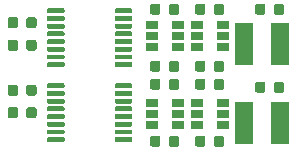
<source format=gbr>
G04 #@! TF.GenerationSoftware,KiCad,Pcbnew,5.1.5+dfsg1-2build2*
G04 #@! TF.CreationDate,2021-03-15T22:19:43+01:00*
G04 #@! TF.ProjectId,ProMicro_ANA,50726f4d-6963-4726-9f5f-414e412e6b69,v1.2*
G04 #@! TF.SameCoordinates,Original*
G04 #@! TF.FileFunction,Paste,Bot*
G04 #@! TF.FilePolarity,Positive*
%FSLAX46Y46*%
G04 Gerber Fmt 4.6, Leading zero omitted, Abs format (unit mm)*
G04 Created by KiCad*
%MOMM*%
%LPD*%
G04 APERTURE LIST*
%ADD10C,0.100000*%
%ADD11R,1.500000X3.600000*%
%ADD12R,1.060000X0.650000*%
G04 APERTURE END LIST*
D10*
G36*
X99782691Y-88934053D02*
G01*
X99803926Y-88937203D01*
X99824750Y-88942419D01*
X99844962Y-88949651D01*
X99864368Y-88958830D01*
X99882781Y-88969866D01*
X99900024Y-88982654D01*
X99915930Y-88997070D01*
X99930346Y-89012976D01*
X99943134Y-89030219D01*
X99954170Y-89048632D01*
X99963349Y-89068038D01*
X99970581Y-89088250D01*
X99975797Y-89109074D01*
X99978947Y-89130309D01*
X99980000Y-89151750D01*
X99980000Y-89664250D01*
X99978947Y-89685691D01*
X99975797Y-89706926D01*
X99970581Y-89727750D01*
X99963349Y-89747962D01*
X99954170Y-89767368D01*
X99943134Y-89785781D01*
X99930346Y-89803024D01*
X99915930Y-89818930D01*
X99900024Y-89833346D01*
X99882781Y-89846134D01*
X99864368Y-89857170D01*
X99844962Y-89866349D01*
X99824750Y-89873581D01*
X99803926Y-89878797D01*
X99782691Y-89881947D01*
X99761250Y-89883000D01*
X99323750Y-89883000D01*
X99302309Y-89881947D01*
X99281074Y-89878797D01*
X99260250Y-89873581D01*
X99240038Y-89866349D01*
X99220632Y-89857170D01*
X99202219Y-89846134D01*
X99184976Y-89833346D01*
X99169070Y-89818930D01*
X99154654Y-89803024D01*
X99141866Y-89785781D01*
X99130830Y-89767368D01*
X99121651Y-89747962D01*
X99114419Y-89727750D01*
X99109203Y-89706926D01*
X99106053Y-89685691D01*
X99105000Y-89664250D01*
X99105000Y-89151750D01*
X99106053Y-89130309D01*
X99109203Y-89109074D01*
X99114419Y-89088250D01*
X99121651Y-89068038D01*
X99130830Y-89048632D01*
X99141866Y-89030219D01*
X99154654Y-89012976D01*
X99169070Y-88997070D01*
X99184976Y-88982654D01*
X99202219Y-88969866D01*
X99220632Y-88958830D01*
X99240038Y-88949651D01*
X99260250Y-88942419D01*
X99281074Y-88937203D01*
X99302309Y-88934053D01*
X99323750Y-88933000D01*
X99761250Y-88933000D01*
X99782691Y-88934053D01*
G37*
G36*
X101357691Y-88934053D02*
G01*
X101378926Y-88937203D01*
X101399750Y-88942419D01*
X101419962Y-88949651D01*
X101439368Y-88958830D01*
X101457781Y-88969866D01*
X101475024Y-88982654D01*
X101490930Y-88997070D01*
X101505346Y-89012976D01*
X101518134Y-89030219D01*
X101529170Y-89048632D01*
X101538349Y-89068038D01*
X101545581Y-89088250D01*
X101550797Y-89109074D01*
X101553947Y-89130309D01*
X101555000Y-89151750D01*
X101555000Y-89664250D01*
X101553947Y-89685691D01*
X101550797Y-89706926D01*
X101545581Y-89727750D01*
X101538349Y-89747962D01*
X101529170Y-89767368D01*
X101518134Y-89785781D01*
X101505346Y-89803024D01*
X101490930Y-89818930D01*
X101475024Y-89833346D01*
X101457781Y-89846134D01*
X101439368Y-89857170D01*
X101419962Y-89866349D01*
X101399750Y-89873581D01*
X101378926Y-89878797D01*
X101357691Y-89881947D01*
X101336250Y-89883000D01*
X100898750Y-89883000D01*
X100877309Y-89881947D01*
X100856074Y-89878797D01*
X100835250Y-89873581D01*
X100815038Y-89866349D01*
X100795632Y-89857170D01*
X100777219Y-89846134D01*
X100759976Y-89833346D01*
X100744070Y-89818930D01*
X100729654Y-89803024D01*
X100716866Y-89785781D01*
X100705830Y-89767368D01*
X100696651Y-89747962D01*
X100689419Y-89727750D01*
X100684203Y-89706926D01*
X100681053Y-89685691D01*
X100680000Y-89664250D01*
X100680000Y-89151750D01*
X100681053Y-89130309D01*
X100684203Y-89109074D01*
X100689419Y-89088250D01*
X100696651Y-89068038D01*
X100705830Y-89048632D01*
X100716866Y-89030219D01*
X100729654Y-89012976D01*
X100744070Y-88997070D01*
X100759976Y-88982654D01*
X100777219Y-88969866D01*
X100795632Y-88958830D01*
X100815038Y-88949651D01*
X100835250Y-88942419D01*
X100856074Y-88937203D01*
X100877309Y-88934053D01*
X100898750Y-88933000D01*
X101336250Y-88933000D01*
X101357691Y-88934053D01*
G37*
G36*
X99782691Y-82584053D02*
G01*
X99803926Y-82587203D01*
X99824750Y-82592419D01*
X99844962Y-82599651D01*
X99864368Y-82608830D01*
X99882781Y-82619866D01*
X99900024Y-82632654D01*
X99915930Y-82647070D01*
X99930346Y-82662976D01*
X99943134Y-82680219D01*
X99954170Y-82698632D01*
X99963349Y-82718038D01*
X99970581Y-82738250D01*
X99975797Y-82759074D01*
X99978947Y-82780309D01*
X99980000Y-82801750D01*
X99980000Y-83314250D01*
X99978947Y-83335691D01*
X99975797Y-83356926D01*
X99970581Y-83377750D01*
X99963349Y-83397962D01*
X99954170Y-83417368D01*
X99943134Y-83435781D01*
X99930346Y-83453024D01*
X99915930Y-83468930D01*
X99900024Y-83483346D01*
X99882781Y-83496134D01*
X99864368Y-83507170D01*
X99844962Y-83516349D01*
X99824750Y-83523581D01*
X99803926Y-83528797D01*
X99782691Y-83531947D01*
X99761250Y-83533000D01*
X99323750Y-83533000D01*
X99302309Y-83531947D01*
X99281074Y-83528797D01*
X99260250Y-83523581D01*
X99240038Y-83516349D01*
X99220632Y-83507170D01*
X99202219Y-83496134D01*
X99184976Y-83483346D01*
X99169070Y-83468930D01*
X99154654Y-83453024D01*
X99141866Y-83435781D01*
X99130830Y-83417368D01*
X99121651Y-83397962D01*
X99114419Y-83377750D01*
X99109203Y-83356926D01*
X99106053Y-83335691D01*
X99105000Y-83314250D01*
X99105000Y-82801750D01*
X99106053Y-82780309D01*
X99109203Y-82759074D01*
X99114419Y-82738250D01*
X99121651Y-82718038D01*
X99130830Y-82698632D01*
X99141866Y-82680219D01*
X99154654Y-82662976D01*
X99169070Y-82647070D01*
X99184976Y-82632654D01*
X99202219Y-82619866D01*
X99220632Y-82608830D01*
X99240038Y-82599651D01*
X99260250Y-82592419D01*
X99281074Y-82587203D01*
X99302309Y-82584053D01*
X99323750Y-82583000D01*
X99761250Y-82583000D01*
X99782691Y-82584053D01*
G37*
G36*
X101357691Y-82584053D02*
G01*
X101378926Y-82587203D01*
X101399750Y-82592419D01*
X101419962Y-82599651D01*
X101439368Y-82608830D01*
X101457781Y-82619866D01*
X101475024Y-82632654D01*
X101490930Y-82647070D01*
X101505346Y-82662976D01*
X101518134Y-82680219D01*
X101529170Y-82698632D01*
X101538349Y-82718038D01*
X101545581Y-82738250D01*
X101550797Y-82759074D01*
X101553947Y-82780309D01*
X101555000Y-82801750D01*
X101555000Y-83314250D01*
X101553947Y-83335691D01*
X101550797Y-83356926D01*
X101545581Y-83377750D01*
X101538349Y-83397962D01*
X101529170Y-83417368D01*
X101518134Y-83435781D01*
X101505346Y-83453024D01*
X101490930Y-83468930D01*
X101475024Y-83483346D01*
X101457781Y-83496134D01*
X101439368Y-83507170D01*
X101419962Y-83516349D01*
X101399750Y-83523581D01*
X101378926Y-83528797D01*
X101357691Y-83531947D01*
X101336250Y-83533000D01*
X100898750Y-83533000D01*
X100877309Y-83531947D01*
X100856074Y-83528797D01*
X100835250Y-83523581D01*
X100815038Y-83516349D01*
X100795632Y-83507170D01*
X100777219Y-83496134D01*
X100759976Y-83483346D01*
X100744070Y-83468930D01*
X100729654Y-83453024D01*
X100716866Y-83435781D01*
X100705830Y-83417368D01*
X100696651Y-83397962D01*
X100689419Y-83377750D01*
X100684203Y-83356926D01*
X100681053Y-83335691D01*
X100680000Y-83314250D01*
X100680000Y-82801750D01*
X100681053Y-82780309D01*
X100684203Y-82759074D01*
X100689419Y-82738250D01*
X100696651Y-82718038D01*
X100705830Y-82698632D01*
X100716866Y-82680219D01*
X100729654Y-82662976D01*
X100744070Y-82647070D01*
X100759976Y-82632654D01*
X100777219Y-82619866D01*
X100795632Y-82608830D01*
X100815038Y-82599651D01*
X100835250Y-82592419D01*
X100856074Y-82587203D01*
X100877309Y-82584053D01*
X100898750Y-82583000D01*
X101336250Y-82583000D01*
X101357691Y-82584053D01*
G37*
D11*
X107060000Y-87884000D03*
X110110000Y-87884000D03*
X107060000Y-81153000D03*
X110110000Y-81153000D03*
D10*
G36*
X105167691Y-88934053D02*
G01*
X105188926Y-88937203D01*
X105209750Y-88942419D01*
X105229962Y-88949651D01*
X105249368Y-88958830D01*
X105267781Y-88969866D01*
X105285024Y-88982654D01*
X105300930Y-88997070D01*
X105315346Y-89012976D01*
X105328134Y-89030219D01*
X105339170Y-89048632D01*
X105348349Y-89068038D01*
X105355581Y-89088250D01*
X105360797Y-89109074D01*
X105363947Y-89130309D01*
X105365000Y-89151750D01*
X105365000Y-89664250D01*
X105363947Y-89685691D01*
X105360797Y-89706926D01*
X105355581Y-89727750D01*
X105348349Y-89747962D01*
X105339170Y-89767368D01*
X105328134Y-89785781D01*
X105315346Y-89803024D01*
X105300930Y-89818930D01*
X105285024Y-89833346D01*
X105267781Y-89846134D01*
X105249368Y-89857170D01*
X105229962Y-89866349D01*
X105209750Y-89873581D01*
X105188926Y-89878797D01*
X105167691Y-89881947D01*
X105146250Y-89883000D01*
X104708750Y-89883000D01*
X104687309Y-89881947D01*
X104666074Y-89878797D01*
X104645250Y-89873581D01*
X104625038Y-89866349D01*
X104605632Y-89857170D01*
X104587219Y-89846134D01*
X104569976Y-89833346D01*
X104554070Y-89818930D01*
X104539654Y-89803024D01*
X104526866Y-89785781D01*
X104515830Y-89767368D01*
X104506651Y-89747962D01*
X104499419Y-89727750D01*
X104494203Y-89706926D01*
X104491053Y-89685691D01*
X104490000Y-89664250D01*
X104490000Y-89151750D01*
X104491053Y-89130309D01*
X104494203Y-89109074D01*
X104499419Y-89088250D01*
X104506651Y-89068038D01*
X104515830Y-89048632D01*
X104526866Y-89030219D01*
X104539654Y-89012976D01*
X104554070Y-88997070D01*
X104569976Y-88982654D01*
X104587219Y-88969866D01*
X104605632Y-88958830D01*
X104625038Y-88949651D01*
X104645250Y-88942419D01*
X104666074Y-88937203D01*
X104687309Y-88934053D01*
X104708750Y-88933000D01*
X105146250Y-88933000D01*
X105167691Y-88934053D01*
G37*
G36*
X103592691Y-88934053D02*
G01*
X103613926Y-88937203D01*
X103634750Y-88942419D01*
X103654962Y-88949651D01*
X103674368Y-88958830D01*
X103692781Y-88969866D01*
X103710024Y-88982654D01*
X103725930Y-88997070D01*
X103740346Y-89012976D01*
X103753134Y-89030219D01*
X103764170Y-89048632D01*
X103773349Y-89068038D01*
X103780581Y-89088250D01*
X103785797Y-89109074D01*
X103788947Y-89130309D01*
X103790000Y-89151750D01*
X103790000Y-89664250D01*
X103788947Y-89685691D01*
X103785797Y-89706926D01*
X103780581Y-89727750D01*
X103773349Y-89747962D01*
X103764170Y-89767368D01*
X103753134Y-89785781D01*
X103740346Y-89803024D01*
X103725930Y-89818930D01*
X103710024Y-89833346D01*
X103692781Y-89846134D01*
X103674368Y-89857170D01*
X103654962Y-89866349D01*
X103634750Y-89873581D01*
X103613926Y-89878797D01*
X103592691Y-89881947D01*
X103571250Y-89883000D01*
X103133750Y-89883000D01*
X103112309Y-89881947D01*
X103091074Y-89878797D01*
X103070250Y-89873581D01*
X103050038Y-89866349D01*
X103030632Y-89857170D01*
X103012219Y-89846134D01*
X102994976Y-89833346D01*
X102979070Y-89818930D01*
X102964654Y-89803024D01*
X102951866Y-89785781D01*
X102940830Y-89767368D01*
X102931651Y-89747962D01*
X102924419Y-89727750D01*
X102919203Y-89706926D01*
X102916053Y-89685691D01*
X102915000Y-89664250D01*
X102915000Y-89151750D01*
X102916053Y-89130309D01*
X102919203Y-89109074D01*
X102924419Y-89088250D01*
X102931651Y-89068038D01*
X102940830Y-89048632D01*
X102951866Y-89030219D01*
X102964654Y-89012976D01*
X102979070Y-88997070D01*
X102994976Y-88982654D01*
X103012219Y-88969866D01*
X103030632Y-88958830D01*
X103050038Y-88949651D01*
X103070250Y-88942419D01*
X103091074Y-88937203D01*
X103112309Y-88934053D01*
X103133750Y-88933000D01*
X103571250Y-88933000D01*
X103592691Y-88934053D01*
G37*
G36*
X105167691Y-82584053D02*
G01*
X105188926Y-82587203D01*
X105209750Y-82592419D01*
X105229962Y-82599651D01*
X105249368Y-82608830D01*
X105267781Y-82619866D01*
X105285024Y-82632654D01*
X105300930Y-82647070D01*
X105315346Y-82662976D01*
X105328134Y-82680219D01*
X105339170Y-82698632D01*
X105348349Y-82718038D01*
X105355581Y-82738250D01*
X105360797Y-82759074D01*
X105363947Y-82780309D01*
X105365000Y-82801750D01*
X105365000Y-83314250D01*
X105363947Y-83335691D01*
X105360797Y-83356926D01*
X105355581Y-83377750D01*
X105348349Y-83397962D01*
X105339170Y-83417368D01*
X105328134Y-83435781D01*
X105315346Y-83453024D01*
X105300930Y-83468930D01*
X105285024Y-83483346D01*
X105267781Y-83496134D01*
X105249368Y-83507170D01*
X105229962Y-83516349D01*
X105209750Y-83523581D01*
X105188926Y-83528797D01*
X105167691Y-83531947D01*
X105146250Y-83533000D01*
X104708750Y-83533000D01*
X104687309Y-83531947D01*
X104666074Y-83528797D01*
X104645250Y-83523581D01*
X104625038Y-83516349D01*
X104605632Y-83507170D01*
X104587219Y-83496134D01*
X104569976Y-83483346D01*
X104554070Y-83468930D01*
X104539654Y-83453024D01*
X104526866Y-83435781D01*
X104515830Y-83417368D01*
X104506651Y-83397962D01*
X104499419Y-83377750D01*
X104494203Y-83356926D01*
X104491053Y-83335691D01*
X104490000Y-83314250D01*
X104490000Y-82801750D01*
X104491053Y-82780309D01*
X104494203Y-82759074D01*
X104499419Y-82738250D01*
X104506651Y-82718038D01*
X104515830Y-82698632D01*
X104526866Y-82680219D01*
X104539654Y-82662976D01*
X104554070Y-82647070D01*
X104569976Y-82632654D01*
X104587219Y-82619866D01*
X104605632Y-82608830D01*
X104625038Y-82599651D01*
X104645250Y-82592419D01*
X104666074Y-82587203D01*
X104687309Y-82584053D01*
X104708750Y-82583000D01*
X105146250Y-82583000D01*
X105167691Y-82584053D01*
G37*
G36*
X103592691Y-82584053D02*
G01*
X103613926Y-82587203D01*
X103634750Y-82592419D01*
X103654962Y-82599651D01*
X103674368Y-82608830D01*
X103692781Y-82619866D01*
X103710024Y-82632654D01*
X103725930Y-82647070D01*
X103740346Y-82662976D01*
X103753134Y-82680219D01*
X103764170Y-82698632D01*
X103773349Y-82718038D01*
X103780581Y-82738250D01*
X103785797Y-82759074D01*
X103788947Y-82780309D01*
X103790000Y-82801750D01*
X103790000Y-83314250D01*
X103788947Y-83335691D01*
X103785797Y-83356926D01*
X103780581Y-83377750D01*
X103773349Y-83397962D01*
X103764170Y-83417368D01*
X103753134Y-83435781D01*
X103740346Y-83453024D01*
X103725930Y-83468930D01*
X103710024Y-83483346D01*
X103692781Y-83496134D01*
X103674368Y-83507170D01*
X103654962Y-83516349D01*
X103634750Y-83523581D01*
X103613926Y-83528797D01*
X103592691Y-83531947D01*
X103571250Y-83533000D01*
X103133750Y-83533000D01*
X103112309Y-83531947D01*
X103091074Y-83528797D01*
X103070250Y-83523581D01*
X103050038Y-83516349D01*
X103030632Y-83507170D01*
X103012219Y-83496134D01*
X102994976Y-83483346D01*
X102979070Y-83468930D01*
X102964654Y-83453024D01*
X102951866Y-83435781D01*
X102940830Y-83417368D01*
X102931651Y-83397962D01*
X102924419Y-83377750D01*
X102919203Y-83356926D01*
X102916053Y-83335691D01*
X102915000Y-83314250D01*
X102915000Y-82801750D01*
X102916053Y-82780309D01*
X102919203Y-82759074D01*
X102924419Y-82738250D01*
X102931651Y-82718038D01*
X102940830Y-82698632D01*
X102951866Y-82680219D01*
X102964654Y-82662976D01*
X102979070Y-82647070D01*
X102994976Y-82632654D01*
X103012219Y-82619866D01*
X103030632Y-82608830D01*
X103050038Y-82599651D01*
X103070250Y-82592419D01*
X103091074Y-82587203D01*
X103112309Y-82584053D01*
X103133750Y-82583000D01*
X103571250Y-82583000D01*
X103592691Y-82584053D01*
G37*
G36*
X110247691Y-84362053D02*
G01*
X110268926Y-84365203D01*
X110289750Y-84370419D01*
X110309962Y-84377651D01*
X110329368Y-84386830D01*
X110347781Y-84397866D01*
X110365024Y-84410654D01*
X110380930Y-84425070D01*
X110395346Y-84440976D01*
X110408134Y-84458219D01*
X110419170Y-84476632D01*
X110428349Y-84496038D01*
X110435581Y-84516250D01*
X110440797Y-84537074D01*
X110443947Y-84558309D01*
X110445000Y-84579750D01*
X110445000Y-85092250D01*
X110443947Y-85113691D01*
X110440797Y-85134926D01*
X110435581Y-85155750D01*
X110428349Y-85175962D01*
X110419170Y-85195368D01*
X110408134Y-85213781D01*
X110395346Y-85231024D01*
X110380930Y-85246930D01*
X110365024Y-85261346D01*
X110347781Y-85274134D01*
X110329368Y-85285170D01*
X110309962Y-85294349D01*
X110289750Y-85301581D01*
X110268926Y-85306797D01*
X110247691Y-85309947D01*
X110226250Y-85311000D01*
X109788750Y-85311000D01*
X109767309Y-85309947D01*
X109746074Y-85306797D01*
X109725250Y-85301581D01*
X109705038Y-85294349D01*
X109685632Y-85285170D01*
X109667219Y-85274134D01*
X109649976Y-85261346D01*
X109634070Y-85246930D01*
X109619654Y-85231024D01*
X109606866Y-85213781D01*
X109595830Y-85195368D01*
X109586651Y-85175962D01*
X109579419Y-85155750D01*
X109574203Y-85134926D01*
X109571053Y-85113691D01*
X109570000Y-85092250D01*
X109570000Y-84579750D01*
X109571053Y-84558309D01*
X109574203Y-84537074D01*
X109579419Y-84516250D01*
X109586651Y-84496038D01*
X109595830Y-84476632D01*
X109606866Y-84458219D01*
X109619654Y-84440976D01*
X109634070Y-84425070D01*
X109649976Y-84410654D01*
X109667219Y-84397866D01*
X109685632Y-84386830D01*
X109705038Y-84377651D01*
X109725250Y-84370419D01*
X109746074Y-84365203D01*
X109767309Y-84362053D01*
X109788750Y-84361000D01*
X110226250Y-84361000D01*
X110247691Y-84362053D01*
G37*
G36*
X108672691Y-84362053D02*
G01*
X108693926Y-84365203D01*
X108714750Y-84370419D01*
X108734962Y-84377651D01*
X108754368Y-84386830D01*
X108772781Y-84397866D01*
X108790024Y-84410654D01*
X108805930Y-84425070D01*
X108820346Y-84440976D01*
X108833134Y-84458219D01*
X108844170Y-84476632D01*
X108853349Y-84496038D01*
X108860581Y-84516250D01*
X108865797Y-84537074D01*
X108868947Y-84558309D01*
X108870000Y-84579750D01*
X108870000Y-85092250D01*
X108868947Y-85113691D01*
X108865797Y-85134926D01*
X108860581Y-85155750D01*
X108853349Y-85175962D01*
X108844170Y-85195368D01*
X108833134Y-85213781D01*
X108820346Y-85231024D01*
X108805930Y-85246930D01*
X108790024Y-85261346D01*
X108772781Y-85274134D01*
X108754368Y-85285170D01*
X108734962Y-85294349D01*
X108714750Y-85301581D01*
X108693926Y-85306797D01*
X108672691Y-85309947D01*
X108651250Y-85311000D01*
X108213750Y-85311000D01*
X108192309Y-85309947D01*
X108171074Y-85306797D01*
X108150250Y-85301581D01*
X108130038Y-85294349D01*
X108110632Y-85285170D01*
X108092219Y-85274134D01*
X108074976Y-85261346D01*
X108059070Y-85246930D01*
X108044654Y-85231024D01*
X108031866Y-85213781D01*
X108020830Y-85195368D01*
X108011651Y-85175962D01*
X108004419Y-85155750D01*
X107999203Y-85134926D01*
X107996053Y-85113691D01*
X107995000Y-85092250D01*
X107995000Y-84579750D01*
X107996053Y-84558309D01*
X107999203Y-84537074D01*
X108004419Y-84516250D01*
X108011651Y-84496038D01*
X108020830Y-84476632D01*
X108031866Y-84458219D01*
X108044654Y-84440976D01*
X108059070Y-84425070D01*
X108074976Y-84410654D01*
X108092219Y-84397866D01*
X108110632Y-84386830D01*
X108130038Y-84377651D01*
X108150250Y-84370419D01*
X108171074Y-84365203D01*
X108192309Y-84362053D01*
X108213750Y-84361000D01*
X108651250Y-84361000D01*
X108672691Y-84362053D01*
G37*
G36*
X110247691Y-77758053D02*
G01*
X110268926Y-77761203D01*
X110289750Y-77766419D01*
X110309962Y-77773651D01*
X110329368Y-77782830D01*
X110347781Y-77793866D01*
X110365024Y-77806654D01*
X110380930Y-77821070D01*
X110395346Y-77836976D01*
X110408134Y-77854219D01*
X110419170Y-77872632D01*
X110428349Y-77892038D01*
X110435581Y-77912250D01*
X110440797Y-77933074D01*
X110443947Y-77954309D01*
X110445000Y-77975750D01*
X110445000Y-78488250D01*
X110443947Y-78509691D01*
X110440797Y-78530926D01*
X110435581Y-78551750D01*
X110428349Y-78571962D01*
X110419170Y-78591368D01*
X110408134Y-78609781D01*
X110395346Y-78627024D01*
X110380930Y-78642930D01*
X110365024Y-78657346D01*
X110347781Y-78670134D01*
X110329368Y-78681170D01*
X110309962Y-78690349D01*
X110289750Y-78697581D01*
X110268926Y-78702797D01*
X110247691Y-78705947D01*
X110226250Y-78707000D01*
X109788750Y-78707000D01*
X109767309Y-78705947D01*
X109746074Y-78702797D01*
X109725250Y-78697581D01*
X109705038Y-78690349D01*
X109685632Y-78681170D01*
X109667219Y-78670134D01*
X109649976Y-78657346D01*
X109634070Y-78642930D01*
X109619654Y-78627024D01*
X109606866Y-78609781D01*
X109595830Y-78591368D01*
X109586651Y-78571962D01*
X109579419Y-78551750D01*
X109574203Y-78530926D01*
X109571053Y-78509691D01*
X109570000Y-78488250D01*
X109570000Y-77975750D01*
X109571053Y-77954309D01*
X109574203Y-77933074D01*
X109579419Y-77912250D01*
X109586651Y-77892038D01*
X109595830Y-77872632D01*
X109606866Y-77854219D01*
X109619654Y-77836976D01*
X109634070Y-77821070D01*
X109649976Y-77806654D01*
X109667219Y-77793866D01*
X109685632Y-77782830D01*
X109705038Y-77773651D01*
X109725250Y-77766419D01*
X109746074Y-77761203D01*
X109767309Y-77758053D01*
X109788750Y-77757000D01*
X110226250Y-77757000D01*
X110247691Y-77758053D01*
G37*
G36*
X108672691Y-77758053D02*
G01*
X108693926Y-77761203D01*
X108714750Y-77766419D01*
X108734962Y-77773651D01*
X108754368Y-77782830D01*
X108772781Y-77793866D01*
X108790024Y-77806654D01*
X108805930Y-77821070D01*
X108820346Y-77836976D01*
X108833134Y-77854219D01*
X108844170Y-77872632D01*
X108853349Y-77892038D01*
X108860581Y-77912250D01*
X108865797Y-77933074D01*
X108868947Y-77954309D01*
X108870000Y-77975750D01*
X108870000Y-78488250D01*
X108868947Y-78509691D01*
X108865797Y-78530926D01*
X108860581Y-78551750D01*
X108853349Y-78571962D01*
X108844170Y-78591368D01*
X108833134Y-78609781D01*
X108820346Y-78627024D01*
X108805930Y-78642930D01*
X108790024Y-78657346D01*
X108772781Y-78670134D01*
X108754368Y-78681170D01*
X108734962Y-78690349D01*
X108714750Y-78697581D01*
X108693926Y-78702797D01*
X108672691Y-78705947D01*
X108651250Y-78707000D01*
X108213750Y-78707000D01*
X108192309Y-78705947D01*
X108171074Y-78702797D01*
X108150250Y-78697581D01*
X108130038Y-78690349D01*
X108110632Y-78681170D01*
X108092219Y-78670134D01*
X108074976Y-78657346D01*
X108059070Y-78642930D01*
X108044654Y-78627024D01*
X108031866Y-78609781D01*
X108020830Y-78591368D01*
X108011651Y-78571962D01*
X108004419Y-78551750D01*
X107999203Y-78530926D01*
X107996053Y-78509691D01*
X107995000Y-78488250D01*
X107995000Y-77975750D01*
X107996053Y-77954309D01*
X107999203Y-77933074D01*
X108004419Y-77912250D01*
X108011651Y-77892038D01*
X108020830Y-77872632D01*
X108031866Y-77854219D01*
X108044654Y-77836976D01*
X108059070Y-77821070D01*
X108074976Y-77806654D01*
X108092219Y-77793866D01*
X108110632Y-77782830D01*
X108130038Y-77773651D01*
X108150250Y-77766419D01*
X108171074Y-77761203D01*
X108192309Y-77758053D01*
X108213750Y-77757000D01*
X108651250Y-77757000D01*
X108672691Y-77758053D01*
G37*
D12*
X99230000Y-87122000D03*
X99230000Y-86172000D03*
X99230000Y-88072000D03*
X101430000Y-88072000D03*
X101430000Y-87122000D03*
X101430000Y-86172000D03*
X99230000Y-80518000D03*
X99230000Y-79568000D03*
X99230000Y-81468000D03*
X101430000Y-81468000D03*
X101430000Y-80518000D03*
X101430000Y-79568000D03*
X103040000Y-87122000D03*
X103040000Y-86172000D03*
X103040000Y-88072000D03*
X105240000Y-88072000D03*
X105240000Y-87122000D03*
X105240000Y-86172000D03*
X103040000Y-80518000D03*
X103040000Y-79568000D03*
X103040000Y-81468000D03*
X105240000Y-81468000D03*
X105240000Y-80518000D03*
X105240000Y-79568000D03*
D10*
G36*
X101357691Y-84108053D02*
G01*
X101378926Y-84111203D01*
X101399750Y-84116419D01*
X101419962Y-84123651D01*
X101439368Y-84132830D01*
X101457781Y-84143866D01*
X101475024Y-84156654D01*
X101490930Y-84171070D01*
X101505346Y-84186976D01*
X101518134Y-84204219D01*
X101529170Y-84222632D01*
X101538349Y-84242038D01*
X101545581Y-84262250D01*
X101550797Y-84283074D01*
X101553947Y-84304309D01*
X101555000Y-84325750D01*
X101555000Y-84838250D01*
X101553947Y-84859691D01*
X101550797Y-84880926D01*
X101545581Y-84901750D01*
X101538349Y-84921962D01*
X101529170Y-84941368D01*
X101518134Y-84959781D01*
X101505346Y-84977024D01*
X101490930Y-84992930D01*
X101475024Y-85007346D01*
X101457781Y-85020134D01*
X101439368Y-85031170D01*
X101419962Y-85040349D01*
X101399750Y-85047581D01*
X101378926Y-85052797D01*
X101357691Y-85055947D01*
X101336250Y-85057000D01*
X100898750Y-85057000D01*
X100877309Y-85055947D01*
X100856074Y-85052797D01*
X100835250Y-85047581D01*
X100815038Y-85040349D01*
X100795632Y-85031170D01*
X100777219Y-85020134D01*
X100759976Y-85007346D01*
X100744070Y-84992930D01*
X100729654Y-84977024D01*
X100716866Y-84959781D01*
X100705830Y-84941368D01*
X100696651Y-84921962D01*
X100689419Y-84901750D01*
X100684203Y-84880926D01*
X100681053Y-84859691D01*
X100680000Y-84838250D01*
X100680000Y-84325750D01*
X100681053Y-84304309D01*
X100684203Y-84283074D01*
X100689419Y-84262250D01*
X100696651Y-84242038D01*
X100705830Y-84222632D01*
X100716866Y-84204219D01*
X100729654Y-84186976D01*
X100744070Y-84171070D01*
X100759976Y-84156654D01*
X100777219Y-84143866D01*
X100795632Y-84132830D01*
X100815038Y-84123651D01*
X100835250Y-84116419D01*
X100856074Y-84111203D01*
X100877309Y-84108053D01*
X100898750Y-84107000D01*
X101336250Y-84107000D01*
X101357691Y-84108053D01*
G37*
G36*
X99782691Y-84108053D02*
G01*
X99803926Y-84111203D01*
X99824750Y-84116419D01*
X99844962Y-84123651D01*
X99864368Y-84132830D01*
X99882781Y-84143866D01*
X99900024Y-84156654D01*
X99915930Y-84171070D01*
X99930346Y-84186976D01*
X99943134Y-84204219D01*
X99954170Y-84222632D01*
X99963349Y-84242038D01*
X99970581Y-84262250D01*
X99975797Y-84283074D01*
X99978947Y-84304309D01*
X99980000Y-84325750D01*
X99980000Y-84838250D01*
X99978947Y-84859691D01*
X99975797Y-84880926D01*
X99970581Y-84901750D01*
X99963349Y-84921962D01*
X99954170Y-84941368D01*
X99943134Y-84959781D01*
X99930346Y-84977024D01*
X99915930Y-84992930D01*
X99900024Y-85007346D01*
X99882781Y-85020134D01*
X99864368Y-85031170D01*
X99844962Y-85040349D01*
X99824750Y-85047581D01*
X99803926Y-85052797D01*
X99782691Y-85055947D01*
X99761250Y-85057000D01*
X99323750Y-85057000D01*
X99302309Y-85055947D01*
X99281074Y-85052797D01*
X99260250Y-85047581D01*
X99240038Y-85040349D01*
X99220632Y-85031170D01*
X99202219Y-85020134D01*
X99184976Y-85007346D01*
X99169070Y-84992930D01*
X99154654Y-84977024D01*
X99141866Y-84959781D01*
X99130830Y-84941368D01*
X99121651Y-84921962D01*
X99114419Y-84901750D01*
X99109203Y-84880926D01*
X99106053Y-84859691D01*
X99105000Y-84838250D01*
X99105000Y-84325750D01*
X99106053Y-84304309D01*
X99109203Y-84283074D01*
X99114419Y-84262250D01*
X99121651Y-84242038D01*
X99130830Y-84222632D01*
X99141866Y-84204219D01*
X99154654Y-84186976D01*
X99169070Y-84171070D01*
X99184976Y-84156654D01*
X99202219Y-84143866D01*
X99220632Y-84132830D01*
X99240038Y-84123651D01*
X99260250Y-84116419D01*
X99281074Y-84111203D01*
X99302309Y-84108053D01*
X99323750Y-84107000D01*
X99761250Y-84107000D01*
X99782691Y-84108053D01*
G37*
G36*
X105167691Y-84108053D02*
G01*
X105188926Y-84111203D01*
X105209750Y-84116419D01*
X105229962Y-84123651D01*
X105249368Y-84132830D01*
X105267781Y-84143866D01*
X105285024Y-84156654D01*
X105300930Y-84171070D01*
X105315346Y-84186976D01*
X105328134Y-84204219D01*
X105339170Y-84222632D01*
X105348349Y-84242038D01*
X105355581Y-84262250D01*
X105360797Y-84283074D01*
X105363947Y-84304309D01*
X105365000Y-84325750D01*
X105365000Y-84838250D01*
X105363947Y-84859691D01*
X105360797Y-84880926D01*
X105355581Y-84901750D01*
X105348349Y-84921962D01*
X105339170Y-84941368D01*
X105328134Y-84959781D01*
X105315346Y-84977024D01*
X105300930Y-84992930D01*
X105285024Y-85007346D01*
X105267781Y-85020134D01*
X105249368Y-85031170D01*
X105229962Y-85040349D01*
X105209750Y-85047581D01*
X105188926Y-85052797D01*
X105167691Y-85055947D01*
X105146250Y-85057000D01*
X104708750Y-85057000D01*
X104687309Y-85055947D01*
X104666074Y-85052797D01*
X104645250Y-85047581D01*
X104625038Y-85040349D01*
X104605632Y-85031170D01*
X104587219Y-85020134D01*
X104569976Y-85007346D01*
X104554070Y-84992930D01*
X104539654Y-84977024D01*
X104526866Y-84959781D01*
X104515830Y-84941368D01*
X104506651Y-84921962D01*
X104499419Y-84901750D01*
X104494203Y-84880926D01*
X104491053Y-84859691D01*
X104490000Y-84838250D01*
X104490000Y-84325750D01*
X104491053Y-84304309D01*
X104494203Y-84283074D01*
X104499419Y-84262250D01*
X104506651Y-84242038D01*
X104515830Y-84222632D01*
X104526866Y-84204219D01*
X104539654Y-84186976D01*
X104554070Y-84171070D01*
X104569976Y-84156654D01*
X104587219Y-84143866D01*
X104605632Y-84132830D01*
X104625038Y-84123651D01*
X104645250Y-84116419D01*
X104666074Y-84111203D01*
X104687309Y-84108053D01*
X104708750Y-84107000D01*
X105146250Y-84107000D01*
X105167691Y-84108053D01*
G37*
G36*
X103592691Y-84108053D02*
G01*
X103613926Y-84111203D01*
X103634750Y-84116419D01*
X103654962Y-84123651D01*
X103674368Y-84132830D01*
X103692781Y-84143866D01*
X103710024Y-84156654D01*
X103725930Y-84171070D01*
X103740346Y-84186976D01*
X103753134Y-84204219D01*
X103764170Y-84222632D01*
X103773349Y-84242038D01*
X103780581Y-84262250D01*
X103785797Y-84283074D01*
X103788947Y-84304309D01*
X103790000Y-84325750D01*
X103790000Y-84838250D01*
X103788947Y-84859691D01*
X103785797Y-84880926D01*
X103780581Y-84901750D01*
X103773349Y-84921962D01*
X103764170Y-84941368D01*
X103753134Y-84959781D01*
X103740346Y-84977024D01*
X103725930Y-84992930D01*
X103710024Y-85007346D01*
X103692781Y-85020134D01*
X103674368Y-85031170D01*
X103654962Y-85040349D01*
X103634750Y-85047581D01*
X103613926Y-85052797D01*
X103592691Y-85055947D01*
X103571250Y-85057000D01*
X103133750Y-85057000D01*
X103112309Y-85055947D01*
X103091074Y-85052797D01*
X103070250Y-85047581D01*
X103050038Y-85040349D01*
X103030632Y-85031170D01*
X103012219Y-85020134D01*
X102994976Y-85007346D01*
X102979070Y-84992930D01*
X102964654Y-84977024D01*
X102951866Y-84959781D01*
X102940830Y-84941368D01*
X102931651Y-84921962D01*
X102924419Y-84901750D01*
X102919203Y-84880926D01*
X102916053Y-84859691D01*
X102915000Y-84838250D01*
X102915000Y-84325750D01*
X102916053Y-84304309D01*
X102919203Y-84283074D01*
X102924419Y-84262250D01*
X102931651Y-84242038D01*
X102940830Y-84222632D01*
X102951866Y-84204219D01*
X102964654Y-84186976D01*
X102979070Y-84171070D01*
X102994976Y-84156654D01*
X103012219Y-84143866D01*
X103030632Y-84132830D01*
X103050038Y-84123651D01*
X103070250Y-84116419D01*
X103091074Y-84111203D01*
X103112309Y-84108053D01*
X103133750Y-84107000D01*
X103571250Y-84107000D01*
X103592691Y-84108053D01*
G37*
G36*
X101357691Y-77758053D02*
G01*
X101378926Y-77761203D01*
X101399750Y-77766419D01*
X101419962Y-77773651D01*
X101439368Y-77782830D01*
X101457781Y-77793866D01*
X101475024Y-77806654D01*
X101490930Y-77821070D01*
X101505346Y-77836976D01*
X101518134Y-77854219D01*
X101529170Y-77872632D01*
X101538349Y-77892038D01*
X101545581Y-77912250D01*
X101550797Y-77933074D01*
X101553947Y-77954309D01*
X101555000Y-77975750D01*
X101555000Y-78488250D01*
X101553947Y-78509691D01*
X101550797Y-78530926D01*
X101545581Y-78551750D01*
X101538349Y-78571962D01*
X101529170Y-78591368D01*
X101518134Y-78609781D01*
X101505346Y-78627024D01*
X101490930Y-78642930D01*
X101475024Y-78657346D01*
X101457781Y-78670134D01*
X101439368Y-78681170D01*
X101419962Y-78690349D01*
X101399750Y-78697581D01*
X101378926Y-78702797D01*
X101357691Y-78705947D01*
X101336250Y-78707000D01*
X100898750Y-78707000D01*
X100877309Y-78705947D01*
X100856074Y-78702797D01*
X100835250Y-78697581D01*
X100815038Y-78690349D01*
X100795632Y-78681170D01*
X100777219Y-78670134D01*
X100759976Y-78657346D01*
X100744070Y-78642930D01*
X100729654Y-78627024D01*
X100716866Y-78609781D01*
X100705830Y-78591368D01*
X100696651Y-78571962D01*
X100689419Y-78551750D01*
X100684203Y-78530926D01*
X100681053Y-78509691D01*
X100680000Y-78488250D01*
X100680000Y-77975750D01*
X100681053Y-77954309D01*
X100684203Y-77933074D01*
X100689419Y-77912250D01*
X100696651Y-77892038D01*
X100705830Y-77872632D01*
X100716866Y-77854219D01*
X100729654Y-77836976D01*
X100744070Y-77821070D01*
X100759976Y-77806654D01*
X100777219Y-77793866D01*
X100795632Y-77782830D01*
X100815038Y-77773651D01*
X100835250Y-77766419D01*
X100856074Y-77761203D01*
X100877309Y-77758053D01*
X100898750Y-77757000D01*
X101336250Y-77757000D01*
X101357691Y-77758053D01*
G37*
G36*
X99782691Y-77758053D02*
G01*
X99803926Y-77761203D01*
X99824750Y-77766419D01*
X99844962Y-77773651D01*
X99864368Y-77782830D01*
X99882781Y-77793866D01*
X99900024Y-77806654D01*
X99915930Y-77821070D01*
X99930346Y-77836976D01*
X99943134Y-77854219D01*
X99954170Y-77872632D01*
X99963349Y-77892038D01*
X99970581Y-77912250D01*
X99975797Y-77933074D01*
X99978947Y-77954309D01*
X99980000Y-77975750D01*
X99980000Y-78488250D01*
X99978947Y-78509691D01*
X99975797Y-78530926D01*
X99970581Y-78551750D01*
X99963349Y-78571962D01*
X99954170Y-78591368D01*
X99943134Y-78609781D01*
X99930346Y-78627024D01*
X99915930Y-78642930D01*
X99900024Y-78657346D01*
X99882781Y-78670134D01*
X99864368Y-78681170D01*
X99844962Y-78690349D01*
X99824750Y-78697581D01*
X99803926Y-78702797D01*
X99782691Y-78705947D01*
X99761250Y-78707000D01*
X99323750Y-78707000D01*
X99302309Y-78705947D01*
X99281074Y-78702797D01*
X99260250Y-78697581D01*
X99240038Y-78690349D01*
X99220632Y-78681170D01*
X99202219Y-78670134D01*
X99184976Y-78657346D01*
X99169070Y-78642930D01*
X99154654Y-78627024D01*
X99141866Y-78609781D01*
X99130830Y-78591368D01*
X99121651Y-78571962D01*
X99114419Y-78551750D01*
X99109203Y-78530926D01*
X99106053Y-78509691D01*
X99105000Y-78488250D01*
X99105000Y-77975750D01*
X99106053Y-77954309D01*
X99109203Y-77933074D01*
X99114419Y-77912250D01*
X99121651Y-77892038D01*
X99130830Y-77872632D01*
X99141866Y-77854219D01*
X99154654Y-77836976D01*
X99169070Y-77821070D01*
X99184976Y-77806654D01*
X99202219Y-77793866D01*
X99220632Y-77782830D01*
X99240038Y-77773651D01*
X99260250Y-77766419D01*
X99281074Y-77761203D01*
X99302309Y-77758053D01*
X99323750Y-77757000D01*
X99761250Y-77757000D01*
X99782691Y-77758053D01*
G37*
G36*
X105167691Y-77758053D02*
G01*
X105188926Y-77761203D01*
X105209750Y-77766419D01*
X105229962Y-77773651D01*
X105249368Y-77782830D01*
X105267781Y-77793866D01*
X105285024Y-77806654D01*
X105300930Y-77821070D01*
X105315346Y-77836976D01*
X105328134Y-77854219D01*
X105339170Y-77872632D01*
X105348349Y-77892038D01*
X105355581Y-77912250D01*
X105360797Y-77933074D01*
X105363947Y-77954309D01*
X105365000Y-77975750D01*
X105365000Y-78488250D01*
X105363947Y-78509691D01*
X105360797Y-78530926D01*
X105355581Y-78551750D01*
X105348349Y-78571962D01*
X105339170Y-78591368D01*
X105328134Y-78609781D01*
X105315346Y-78627024D01*
X105300930Y-78642930D01*
X105285024Y-78657346D01*
X105267781Y-78670134D01*
X105249368Y-78681170D01*
X105229962Y-78690349D01*
X105209750Y-78697581D01*
X105188926Y-78702797D01*
X105167691Y-78705947D01*
X105146250Y-78707000D01*
X104708750Y-78707000D01*
X104687309Y-78705947D01*
X104666074Y-78702797D01*
X104645250Y-78697581D01*
X104625038Y-78690349D01*
X104605632Y-78681170D01*
X104587219Y-78670134D01*
X104569976Y-78657346D01*
X104554070Y-78642930D01*
X104539654Y-78627024D01*
X104526866Y-78609781D01*
X104515830Y-78591368D01*
X104506651Y-78571962D01*
X104499419Y-78551750D01*
X104494203Y-78530926D01*
X104491053Y-78509691D01*
X104490000Y-78488250D01*
X104490000Y-77975750D01*
X104491053Y-77954309D01*
X104494203Y-77933074D01*
X104499419Y-77912250D01*
X104506651Y-77892038D01*
X104515830Y-77872632D01*
X104526866Y-77854219D01*
X104539654Y-77836976D01*
X104554070Y-77821070D01*
X104569976Y-77806654D01*
X104587219Y-77793866D01*
X104605632Y-77782830D01*
X104625038Y-77773651D01*
X104645250Y-77766419D01*
X104666074Y-77761203D01*
X104687309Y-77758053D01*
X104708750Y-77757000D01*
X105146250Y-77757000D01*
X105167691Y-77758053D01*
G37*
G36*
X103592691Y-77758053D02*
G01*
X103613926Y-77761203D01*
X103634750Y-77766419D01*
X103654962Y-77773651D01*
X103674368Y-77782830D01*
X103692781Y-77793866D01*
X103710024Y-77806654D01*
X103725930Y-77821070D01*
X103740346Y-77836976D01*
X103753134Y-77854219D01*
X103764170Y-77872632D01*
X103773349Y-77892038D01*
X103780581Y-77912250D01*
X103785797Y-77933074D01*
X103788947Y-77954309D01*
X103790000Y-77975750D01*
X103790000Y-78488250D01*
X103788947Y-78509691D01*
X103785797Y-78530926D01*
X103780581Y-78551750D01*
X103773349Y-78571962D01*
X103764170Y-78591368D01*
X103753134Y-78609781D01*
X103740346Y-78627024D01*
X103725930Y-78642930D01*
X103710024Y-78657346D01*
X103692781Y-78670134D01*
X103674368Y-78681170D01*
X103654962Y-78690349D01*
X103634750Y-78697581D01*
X103613926Y-78702797D01*
X103592691Y-78705947D01*
X103571250Y-78707000D01*
X103133750Y-78707000D01*
X103112309Y-78705947D01*
X103091074Y-78702797D01*
X103070250Y-78697581D01*
X103050038Y-78690349D01*
X103030632Y-78681170D01*
X103012219Y-78670134D01*
X102994976Y-78657346D01*
X102979070Y-78642930D01*
X102964654Y-78627024D01*
X102951866Y-78609781D01*
X102940830Y-78591368D01*
X102931651Y-78571962D01*
X102924419Y-78551750D01*
X102919203Y-78530926D01*
X102916053Y-78509691D01*
X102915000Y-78488250D01*
X102915000Y-77975750D01*
X102916053Y-77954309D01*
X102919203Y-77933074D01*
X102924419Y-77912250D01*
X102931651Y-77892038D01*
X102940830Y-77872632D01*
X102951866Y-77854219D01*
X102964654Y-77836976D01*
X102979070Y-77821070D01*
X102994976Y-77806654D01*
X103012219Y-77793866D01*
X103030632Y-77782830D01*
X103050038Y-77773651D01*
X103070250Y-77766419D01*
X103091074Y-77761203D01*
X103112309Y-77758053D01*
X103133750Y-77757000D01*
X103571250Y-77757000D01*
X103592691Y-77758053D01*
G37*
G36*
X87717691Y-86521053D02*
G01*
X87738926Y-86524203D01*
X87759750Y-86529419D01*
X87779962Y-86536651D01*
X87799368Y-86545830D01*
X87817781Y-86556866D01*
X87835024Y-86569654D01*
X87850930Y-86584070D01*
X87865346Y-86599976D01*
X87878134Y-86617219D01*
X87889170Y-86635632D01*
X87898349Y-86655038D01*
X87905581Y-86675250D01*
X87910797Y-86696074D01*
X87913947Y-86717309D01*
X87915000Y-86738750D01*
X87915000Y-87251250D01*
X87913947Y-87272691D01*
X87910797Y-87293926D01*
X87905581Y-87314750D01*
X87898349Y-87334962D01*
X87889170Y-87354368D01*
X87878134Y-87372781D01*
X87865346Y-87390024D01*
X87850930Y-87405930D01*
X87835024Y-87420346D01*
X87817781Y-87433134D01*
X87799368Y-87444170D01*
X87779962Y-87453349D01*
X87759750Y-87460581D01*
X87738926Y-87465797D01*
X87717691Y-87468947D01*
X87696250Y-87470000D01*
X87258750Y-87470000D01*
X87237309Y-87468947D01*
X87216074Y-87465797D01*
X87195250Y-87460581D01*
X87175038Y-87453349D01*
X87155632Y-87444170D01*
X87137219Y-87433134D01*
X87119976Y-87420346D01*
X87104070Y-87405930D01*
X87089654Y-87390024D01*
X87076866Y-87372781D01*
X87065830Y-87354368D01*
X87056651Y-87334962D01*
X87049419Y-87314750D01*
X87044203Y-87293926D01*
X87041053Y-87272691D01*
X87040000Y-87251250D01*
X87040000Y-86738750D01*
X87041053Y-86717309D01*
X87044203Y-86696074D01*
X87049419Y-86675250D01*
X87056651Y-86655038D01*
X87065830Y-86635632D01*
X87076866Y-86617219D01*
X87089654Y-86599976D01*
X87104070Y-86584070D01*
X87119976Y-86569654D01*
X87137219Y-86556866D01*
X87155632Y-86545830D01*
X87175038Y-86536651D01*
X87195250Y-86529419D01*
X87216074Y-86524203D01*
X87237309Y-86521053D01*
X87258750Y-86520000D01*
X87696250Y-86520000D01*
X87717691Y-86521053D01*
G37*
G36*
X89292691Y-86521053D02*
G01*
X89313926Y-86524203D01*
X89334750Y-86529419D01*
X89354962Y-86536651D01*
X89374368Y-86545830D01*
X89392781Y-86556866D01*
X89410024Y-86569654D01*
X89425930Y-86584070D01*
X89440346Y-86599976D01*
X89453134Y-86617219D01*
X89464170Y-86635632D01*
X89473349Y-86655038D01*
X89480581Y-86675250D01*
X89485797Y-86696074D01*
X89488947Y-86717309D01*
X89490000Y-86738750D01*
X89490000Y-87251250D01*
X89488947Y-87272691D01*
X89485797Y-87293926D01*
X89480581Y-87314750D01*
X89473349Y-87334962D01*
X89464170Y-87354368D01*
X89453134Y-87372781D01*
X89440346Y-87390024D01*
X89425930Y-87405930D01*
X89410024Y-87420346D01*
X89392781Y-87433134D01*
X89374368Y-87444170D01*
X89354962Y-87453349D01*
X89334750Y-87460581D01*
X89313926Y-87465797D01*
X89292691Y-87468947D01*
X89271250Y-87470000D01*
X88833750Y-87470000D01*
X88812309Y-87468947D01*
X88791074Y-87465797D01*
X88770250Y-87460581D01*
X88750038Y-87453349D01*
X88730632Y-87444170D01*
X88712219Y-87433134D01*
X88694976Y-87420346D01*
X88679070Y-87405930D01*
X88664654Y-87390024D01*
X88651866Y-87372781D01*
X88640830Y-87354368D01*
X88631651Y-87334962D01*
X88624419Y-87314750D01*
X88619203Y-87293926D01*
X88616053Y-87272691D01*
X88615000Y-87251250D01*
X88615000Y-86738750D01*
X88616053Y-86717309D01*
X88619203Y-86696074D01*
X88624419Y-86675250D01*
X88631651Y-86655038D01*
X88640830Y-86635632D01*
X88651866Y-86617219D01*
X88664654Y-86599976D01*
X88679070Y-86584070D01*
X88694976Y-86569654D01*
X88712219Y-86556866D01*
X88730632Y-86545830D01*
X88750038Y-86536651D01*
X88770250Y-86529419D01*
X88791074Y-86524203D01*
X88812309Y-86521053D01*
X88833750Y-86520000D01*
X89271250Y-86520000D01*
X89292691Y-86521053D01*
G37*
G36*
X87717691Y-80806053D02*
G01*
X87738926Y-80809203D01*
X87759750Y-80814419D01*
X87779962Y-80821651D01*
X87799368Y-80830830D01*
X87817781Y-80841866D01*
X87835024Y-80854654D01*
X87850930Y-80869070D01*
X87865346Y-80884976D01*
X87878134Y-80902219D01*
X87889170Y-80920632D01*
X87898349Y-80940038D01*
X87905581Y-80960250D01*
X87910797Y-80981074D01*
X87913947Y-81002309D01*
X87915000Y-81023750D01*
X87915000Y-81536250D01*
X87913947Y-81557691D01*
X87910797Y-81578926D01*
X87905581Y-81599750D01*
X87898349Y-81619962D01*
X87889170Y-81639368D01*
X87878134Y-81657781D01*
X87865346Y-81675024D01*
X87850930Y-81690930D01*
X87835024Y-81705346D01*
X87817781Y-81718134D01*
X87799368Y-81729170D01*
X87779962Y-81738349D01*
X87759750Y-81745581D01*
X87738926Y-81750797D01*
X87717691Y-81753947D01*
X87696250Y-81755000D01*
X87258750Y-81755000D01*
X87237309Y-81753947D01*
X87216074Y-81750797D01*
X87195250Y-81745581D01*
X87175038Y-81738349D01*
X87155632Y-81729170D01*
X87137219Y-81718134D01*
X87119976Y-81705346D01*
X87104070Y-81690930D01*
X87089654Y-81675024D01*
X87076866Y-81657781D01*
X87065830Y-81639368D01*
X87056651Y-81619962D01*
X87049419Y-81599750D01*
X87044203Y-81578926D01*
X87041053Y-81557691D01*
X87040000Y-81536250D01*
X87040000Y-81023750D01*
X87041053Y-81002309D01*
X87044203Y-80981074D01*
X87049419Y-80960250D01*
X87056651Y-80940038D01*
X87065830Y-80920632D01*
X87076866Y-80902219D01*
X87089654Y-80884976D01*
X87104070Y-80869070D01*
X87119976Y-80854654D01*
X87137219Y-80841866D01*
X87155632Y-80830830D01*
X87175038Y-80821651D01*
X87195250Y-80814419D01*
X87216074Y-80809203D01*
X87237309Y-80806053D01*
X87258750Y-80805000D01*
X87696250Y-80805000D01*
X87717691Y-80806053D01*
G37*
G36*
X89292691Y-80806053D02*
G01*
X89313926Y-80809203D01*
X89334750Y-80814419D01*
X89354962Y-80821651D01*
X89374368Y-80830830D01*
X89392781Y-80841866D01*
X89410024Y-80854654D01*
X89425930Y-80869070D01*
X89440346Y-80884976D01*
X89453134Y-80902219D01*
X89464170Y-80920632D01*
X89473349Y-80940038D01*
X89480581Y-80960250D01*
X89485797Y-80981074D01*
X89488947Y-81002309D01*
X89490000Y-81023750D01*
X89490000Y-81536250D01*
X89488947Y-81557691D01*
X89485797Y-81578926D01*
X89480581Y-81599750D01*
X89473349Y-81619962D01*
X89464170Y-81639368D01*
X89453134Y-81657781D01*
X89440346Y-81675024D01*
X89425930Y-81690930D01*
X89410024Y-81705346D01*
X89392781Y-81718134D01*
X89374368Y-81729170D01*
X89354962Y-81738349D01*
X89334750Y-81745581D01*
X89313926Y-81750797D01*
X89292691Y-81753947D01*
X89271250Y-81755000D01*
X88833750Y-81755000D01*
X88812309Y-81753947D01*
X88791074Y-81750797D01*
X88770250Y-81745581D01*
X88750038Y-81738349D01*
X88730632Y-81729170D01*
X88712219Y-81718134D01*
X88694976Y-81705346D01*
X88679070Y-81690930D01*
X88664654Y-81675024D01*
X88651866Y-81657781D01*
X88640830Y-81639368D01*
X88631651Y-81619962D01*
X88624419Y-81599750D01*
X88619203Y-81578926D01*
X88616053Y-81557691D01*
X88615000Y-81536250D01*
X88615000Y-81023750D01*
X88616053Y-81002309D01*
X88619203Y-80981074D01*
X88624419Y-80960250D01*
X88631651Y-80940038D01*
X88640830Y-80920632D01*
X88651866Y-80902219D01*
X88664654Y-80884976D01*
X88679070Y-80869070D01*
X88694976Y-80854654D01*
X88712219Y-80841866D01*
X88730632Y-80830830D01*
X88750038Y-80821651D01*
X88770250Y-80814419D01*
X88791074Y-80809203D01*
X88812309Y-80806053D01*
X88833750Y-80805000D01*
X89271250Y-80805000D01*
X89292691Y-80806053D01*
G37*
G36*
X89292691Y-84616053D02*
G01*
X89313926Y-84619203D01*
X89334750Y-84624419D01*
X89354962Y-84631651D01*
X89374368Y-84640830D01*
X89392781Y-84651866D01*
X89410024Y-84664654D01*
X89425930Y-84679070D01*
X89440346Y-84694976D01*
X89453134Y-84712219D01*
X89464170Y-84730632D01*
X89473349Y-84750038D01*
X89480581Y-84770250D01*
X89485797Y-84791074D01*
X89488947Y-84812309D01*
X89490000Y-84833750D01*
X89490000Y-85346250D01*
X89488947Y-85367691D01*
X89485797Y-85388926D01*
X89480581Y-85409750D01*
X89473349Y-85429962D01*
X89464170Y-85449368D01*
X89453134Y-85467781D01*
X89440346Y-85485024D01*
X89425930Y-85500930D01*
X89410024Y-85515346D01*
X89392781Y-85528134D01*
X89374368Y-85539170D01*
X89354962Y-85548349D01*
X89334750Y-85555581D01*
X89313926Y-85560797D01*
X89292691Y-85563947D01*
X89271250Y-85565000D01*
X88833750Y-85565000D01*
X88812309Y-85563947D01*
X88791074Y-85560797D01*
X88770250Y-85555581D01*
X88750038Y-85548349D01*
X88730632Y-85539170D01*
X88712219Y-85528134D01*
X88694976Y-85515346D01*
X88679070Y-85500930D01*
X88664654Y-85485024D01*
X88651866Y-85467781D01*
X88640830Y-85449368D01*
X88631651Y-85429962D01*
X88624419Y-85409750D01*
X88619203Y-85388926D01*
X88616053Y-85367691D01*
X88615000Y-85346250D01*
X88615000Y-84833750D01*
X88616053Y-84812309D01*
X88619203Y-84791074D01*
X88624419Y-84770250D01*
X88631651Y-84750038D01*
X88640830Y-84730632D01*
X88651866Y-84712219D01*
X88664654Y-84694976D01*
X88679070Y-84679070D01*
X88694976Y-84664654D01*
X88712219Y-84651866D01*
X88730632Y-84640830D01*
X88750038Y-84631651D01*
X88770250Y-84624419D01*
X88791074Y-84619203D01*
X88812309Y-84616053D01*
X88833750Y-84615000D01*
X89271250Y-84615000D01*
X89292691Y-84616053D01*
G37*
G36*
X87717691Y-84616053D02*
G01*
X87738926Y-84619203D01*
X87759750Y-84624419D01*
X87779962Y-84631651D01*
X87799368Y-84640830D01*
X87817781Y-84651866D01*
X87835024Y-84664654D01*
X87850930Y-84679070D01*
X87865346Y-84694976D01*
X87878134Y-84712219D01*
X87889170Y-84730632D01*
X87898349Y-84750038D01*
X87905581Y-84770250D01*
X87910797Y-84791074D01*
X87913947Y-84812309D01*
X87915000Y-84833750D01*
X87915000Y-85346250D01*
X87913947Y-85367691D01*
X87910797Y-85388926D01*
X87905581Y-85409750D01*
X87898349Y-85429962D01*
X87889170Y-85449368D01*
X87878134Y-85467781D01*
X87865346Y-85485024D01*
X87850930Y-85500930D01*
X87835024Y-85515346D01*
X87817781Y-85528134D01*
X87799368Y-85539170D01*
X87779962Y-85548349D01*
X87759750Y-85555581D01*
X87738926Y-85560797D01*
X87717691Y-85563947D01*
X87696250Y-85565000D01*
X87258750Y-85565000D01*
X87237309Y-85563947D01*
X87216074Y-85560797D01*
X87195250Y-85555581D01*
X87175038Y-85548349D01*
X87155632Y-85539170D01*
X87137219Y-85528134D01*
X87119976Y-85515346D01*
X87104070Y-85500930D01*
X87089654Y-85485024D01*
X87076866Y-85467781D01*
X87065830Y-85449368D01*
X87056651Y-85429962D01*
X87049419Y-85409750D01*
X87044203Y-85388926D01*
X87041053Y-85367691D01*
X87040000Y-85346250D01*
X87040000Y-84833750D01*
X87041053Y-84812309D01*
X87044203Y-84791074D01*
X87049419Y-84770250D01*
X87056651Y-84750038D01*
X87065830Y-84730632D01*
X87076866Y-84712219D01*
X87089654Y-84694976D01*
X87104070Y-84679070D01*
X87119976Y-84664654D01*
X87137219Y-84651866D01*
X87155632Y-84640830D01*
X87175038Y-84631651D01*
X87195250Y-84624419D01*
X87216074Y-84619203D01*
X87237309Y-84616053D01*
X87258750Y-84615000D01*
X87696250Y-84615000D01*
X87717691Y-84616053D01*
G37*
G36*
X89292691Y-78901053D02*
G01*
X89313926Y-78904203D01*
X89334750Y-78909419D01*
X89354962Y-78916651D01*
X89374368Y-78925830D01*
X89392781Y-78936866D01*
X89410024Y-78949654D01*
X89425930Y-78964070D01*
X89440346Y-78979976D01*
X89453134Y-78997219D01*
X89464170Y-79015632D01*
X89473349Y-79035038D01*
X89480581Y-79055250D01*
X89485797Y-79076074D01*
X89488947Y-79097309D01*
X89490000Y-79118750D01*
X89490000Y-79631250D01*
X89488947Y-79652691D01*
X89485797Y-79673926D01*
X89480581Y-79694750D01*
X89473349Y-79714962D01*
X89464170Y-79734368D01*
X89453134Y-79752781D01*
X89440346Y-79770024D01*
X89425930Y-79785930D01*
X89410024Y-79800346D01*
X89392781Y-79813134D01*
X89374368Y-79824170D01*
X89354962Y-79833349D01*
X89334750Y-79840581D01*
X89313926Y-79845797D01*
X89292691Y-79848947D01*
X89271250Y-79850000D01*
X88833750Y-79850000D01*
X88812309Y-79848947D01*
X88791074Y-79845797D01*
X88770250Y-79840581D01*
X88750038Y-79833349D01*
X88730632Y-79824170D01*
X88712219Y-79813134D01*
X88694976Y-79800346D01*
X88679070Y-79785930D01*
X88664654Y-79770024D01*
X88651866Y-79752781D01*
X88640830Y-79734368D01*
X88631651Y-79714962D01*
X88624419Y-79694750D01*
X88619203Y-79673926D01*
X88616053Y-79652691D01*
X88615000Y-79631250D01*
X88615000Y-79118750D01*
X88616053Y-79097309D01*
X88619203Y-79076074D01*
X88624419Y-79055250D01*
X88631651Y-79035038D01*
X88640830Y-79015632D01*
X88651866Y-78997219D01*
X88664654Y-78979976D01*
X88679070Y-78964070D01*
X88694976Y-78949654D01*
X88712219Y-78936866D01*
X88730632Y-78925830D01*
X88750038Y-78916651D01*
X88770250Y-78909419D01*
X88791074Y-78904203D01*
X88812309Y-78901053D01*
X88833750Y-78900000D01*
X89271250Y-78900000D01*
X89292691Y-78901053D01*
G37*
G36*
X87717691Y-78901053D02*
G01*
X87738926Y-78904203D01*
X87759750Y-78909419D01*
X87779962Y-78916651D01*
X87799368Y-78925830D01*
X87817781Y-78936866D01*
X87835024Y-78949654D01*
X87850930Y-78964070D01*
X87865346Y-78979976D01*
X87878134Y-78997219D01*
X87889170Y-79015632D01*
X87898349Y-79035038D01*
X87905581Y-79055250D01*
X87910797Y-79076074D01*
X87913947Y-79097309D01*
X87915000Y-79118750D01*
X87915000Y-79631250D01*
X87913947Y-79652691D01*
X87910797Y-79673926D01*
X87905581Y-79694750D01*
X87898349Y-79714962D01*
X87889170Y-79734368D01*
X87878134Y-79752781D01*
X87865346Y-79770024D01*
X87850930Y-79785930D01*
X87835024Y-79800346D01*
X87817781Y-79813134D01*
X87799368Y-79824170D01*
X87779962Y-79833349D01*
X87759750Y-79840581D01*
X87738926Y-79845797D01*
X87717691Y-79848947D01*
X87696250Y-79850000D01*
X87258750Y-79850000D01*
X87237309Y-79848947D01*
X87216074Y-79845797D01*
X87195250Y-79840581D01*
X87175038Y-79833349D01*
X87155632Y-79824170D01*
X87137219Y-79813134D01*
X87119976Y-79800346D01*
X87104070Y-79785930D01*
X87089654Y-79770024D01*
X87076866Y-79752781D01*
X87065830Y-79734368D01*
X87056651Y-79714962D01*
X87049419Y-79694750D01*
X87044203Y-79673926D01*
X87041053Y-79652691D01*
X87040000Y-79631250D01*
X87040000Y-79118750D01*
X87041053Y-79097309D01*
X87044203Y-79076074D01*
X87049419Y-79055250D01*
X87056651Y-79035038D01*
X87065830Y-79015632D01*
X87076866Y-78997219D01*
X87089654Y-78979976D01*
X87104070Y-78964070D01*
X87119976Y-78949654D01*
X87137219Y-78936866D01*
X87155632Y-78925830D01*
X87175038Y-78916651D01*
X87195250Y-78909419D01*
X87216074Y-78904203D01*
X87237309Y-78901053D01*
X87258750Y-78900000D01*
X87696250Y-78900000D01*
X87717691Y-78901053D01*
G37*
G36*
X97489802Y-89070482D02*
G01*
X97499509Y-89071921D01*
X97509028Y-89074306D01*
X97518268Y-89077612D01*
X97527140Y-89081808D01*
X97535557Y-89086853D01*
X97543439Y-89092699D01*
X97550711Y-89099289D01*
X97557301Y-89106561D01*
X97563147Y-89114443D01*
X97568192Y-89122860D01*
X97572388Y-89131732D01*
X97575694Y-89140972D01*
X97578079Y-89150491D01*
X97579518Y-89160198D01*
X97580000Y-89170000D01*
X97580000Y-89370000D01*
X97579518Y-89379802D01*
X97578079Y-89389509D01*
X97575694Y-89399028D01*
X97572388Y-89408268D01*
X97568192Y-89417140D01*
X97563147Y-89425557D01*
X97557301Y-89433439D01*
X97550711Y-89440711D01*
X97543439Y-89447301D01*
X97535557Y-89453147D01*
X97527140Y-89458192D01*
X97518268Y-89462388D01*
X97509028Y-89465694D01*
X97499509Y-89468079D01*
X97489802Y-89469518D01*
X97480000Y-89470000D01*
X96205000Y-89470000D01*
X96195198Y-89469518D01*
X96185491Y-89468079D01*
X96175972Y-89465694D01*
X96166732Y-89462388D01*
X96157860Y-89458192D01*
X96149443Y-89453147D01*
X96141561Y-89447301D01*
X96134289Y-89440711D01*
X96127699Y-89433439D01*
X96121853Y-89425557D01*
X96116808Y-89417140D01*
X96112612Y-89408268D01*
X96109306Y-89399028D01*
X96106921Y-89389509D01*
X96105482Y-89379802D01*
X96105000Y-89370000D01*
X96105000Y-89170000D01*
X96105482Y-89160198D01*
X96106921Y-89150491D01*
X96109306Y-89140972D01*
X96112612Y-89131732D01*
X96116808Y-89122860D01*
X96121853Y-89114443D01*
X96127699Y-89106561D01*
X96134289Y-89099289D01*
X96141561Y-89092699D01*
X96149443Y-89086853D01*
X96157860Y-89081808D01*
X96166732Y-89077612D01*
X96175972Y-89074306D01*
X96185491Y-89071921D01*
X96195198Y-89070482D01*
X96205000Y-89070000D01*
X97480000Y-89070000D01*
X97489802Y-89070482D01*
G37*
G36*
X97489802Y-88420482D02*
G01*
X97499509Y-88421921D01*
X97509028Y-88424306D01*
X97518268Y-88427612D01*
X97527140Y-88431808D01*
X97535557Y-88436853D01*
X97543439Y-88442699D01*
X97550711Y-88449289D01*
X97557301Y-88456561D01*
X97563147Y-88464443D01*
X97568192Y-88472860D01*
X97572388Y-88481732D01*
X97575694Y-88490972D01*
X97578079Y-88500491D01*
X97579518Y-88510198D01*
X97580000Y-88520000D01*
X97580000Y-88720000D01*
X97579518Y-88729802D01*
X97578079Y-88739509D01*
X97575694Y-88749028D01*
X97572388Y-88758268D01*
X97568192Y-88767140D01*
X97563147Y-88775557D01*
X97557301Y-88783439D01*
X97550711Y-88790711D01*
X97543439Y-88797301D01*
X97535557Y-88803147D01*
X97527140Y-88808192D01*
X97518268Y-88812388D01*
X97509028Y-88815694D01*
X97499509Y-88818079D01*
X97489802Y-88819518D01*
X97480000Y-88820000D01*
X96205000Y-88820000D01*
X96195198Y-88819518D01*
X96185491Y-88818079D01*
X96175972Y-88815694D01*
X96166732Y-88812388D01*
X96157860Y-88808192D01*
X96149443Y-88803147D01*
X96141561Y-88797301D01*
X96134289Y-88790711D01*
X96127699Y-88783439D01*
X96121853Y-88775557D01*
X96116808Y-88767140D01*
X96112612Y-88758268D01*
X96109306Y-88749028D01*
X96106921Y-88739509D01*
X96105482Y-88729802D01*
X96105000Y-88720000D01*
X96105000Y-88520000D01*
X96105482Y-88510198D01*
X96106921Y-88500491D01*
X96109306Y-88490972D01*
X96112612Y-88481732D01*
X96116808Y-88472860D01*
X96121853Y-88464443D01*
X96127699Y-88456561D01*
X96134289Y-88449289D01*
X96141561Y-88442699D01*
X96149443Y-88436853D01*
X96157860Y-88431808D01*
X96166732Y-88427612D01*
X96175972Y-88424306D01*
X96185491Y-88421921D01*
X96195198Y-88420482D01*
X96205000Y-88420000D01*
X97480000Y-88420000D01*
X97489802Y-88420482D01*
G37*
G36*
X97489802Y-87770482D02*
G01*
X97499509Y-87771921D01*
X97509028Y-87774306D01*
X97518268Y-87777612D01*
X97527140Y-87781808D01*
X97535557Y-87786853D01*
X97543439Y-87792699D01*
X97550711Y-87799289D01*
X97557301Y-87806561D01*
X97563147Y-87814443D01*
X97568192Y-87822860D01*
X97572388Y-87831732D01*
X97575694Y-87840972D01*
X97578079Y-87850491D01*
X97579518Y-87860198D01*
X97580000Y-87870000D01*
X97580000Y-88070000D01*
X97579518Y-88079802D01*
X97578079Y-88089509D01*
X97575694Y-88099028D01*
X97572388Y-88108268D01*
X97568192Y-88117140D01*
X97563147Y-88125557D01*
X97557301Y-88133439D01*
X97550711Y-88140711D01*
X97543439Y-88147301D01*
X97535557Y-88153147D01*
X97527140Y-88158192D01*
X97518268Y-88162388D01*
X97509028Y-88165694D01*
X97499509Y-88168079D01*
X97489802Y-88169518D01*
X97480000Y-88170000D01*
X96205000Y-88170000D01*
X96195198Y-88169518D01*
X96185491Y-88168079D01*
X96175972Y-88165694D01*
X96166732Y-88162388D01*
X96157860Y-88158192D01*
X96149443Y-88153147D01*
X96141561Y-88147301D01*
X96134289Y-88140711D01*
X96127699Y-88133439D01*
X96121853Y-88125557D01*
X96116808Y-88117140D01*
X96112612Y-88108268D01*
X96109306Y-88099028D01*
X96106921Y-88089509D01*
X96105482Y-88079802D01*
X96105000Y-88070000D01*
X96105000Y-87870000D01*
X96105482Y-87860198D01*
X96106921Y-87850491D01*
X96109306Y-87840972D01*
X96112612Y-87831732D01*
X96116808Y-87822860D01*
X96121853Y-87814443D01*
X96127699Y-87806561D01*
X96134289Y-87799289D01*
X96141561Y-87792699D01*
X96149443Y-87786853D01*
X96157860Y-87781808D01*
X96166732Y-87777612D01*
X96175972Y-87774306D01*
X96185491Y-87771921D01*
X96195198Y-87770482D01*
X96205000Y-87770000D01*
X97480000Y-87770000D01*
X97489802Y-87770482D01*
G37*
G36*
X97489802Y-87120482D02*
G01*
X97499509Y-87121921D01*
X97509028Y-87124306D01*
X97518268Y-87127612D01*
X97527140Y-87131808D01*
X97535557Y-87136853D01*
X97543439Y-87142699D01*
X97550711Y-87149289D01*
X97557301Y-87156561D01*
X97563147Y-87164443D01*
X97568192Y-87172860D01*
X97572388Y-87181732D01*
X97575694Y-87190972D01*
X97578079Y-87200491D01*
X97579518Y-87210198D01*
X97580000Y-87220000D01*
X97580000Y-87420000D01*
X97579518Y-87429802D01*
X97578079Y-87439509D01*
X97575694Y-87449028D01*
X97572388Y-87458268D01*
X97568192Y-87467140D01*
X97563147Y-87475557D01*
X97557301Y-87483439D01*
X97550711Y-87490711D01*
X97543439Y-87497301D01*
X97535557Y-87503147D01*
X97527140Y-87508192D01*
X97518268Y-87512388D01*
X97509028Y-87515694D01*
X97499509Y-87518079D01*
X97489802Y-87519518D01*
X97480000Y-87520000D01*
X96205000Y-87520000D01*
X96195198Y-87519518D01*
X96185491Y-87518079D01*
X96175972Y-87515694D01*
X96166732Y-87512388D01*
X96157860Y-87508192D01*
X96149443Y-87503147D01*
X96141561Y-87497301D01*
X96134289Y-87490711D01*
X96127699Y-87483439D01*
X96121853Y-87475557D01*
X96116808Y-87467140D01*
X96112612Y-87458268D01*
X96109306Y-87449028D01*
X96106921Y-87439509D01*
X96105482Y-87429802D01*
X96105000Y-87420000D01*
X96105000Y-87220000D01*
X96105482Y-87210198D01*
X96106921Y-87200491D01*
X96109306Y-87190972D01*
X96112612Y-87181732D01*
X96116808Y-87172860D01*
X96121853Y-87164443D01*
X96127699Y-87156561D01*
X96134289Y-87149289D01*
X96141561Y-87142699D01*
X96149443Y-87136853D01*
X96157860Y-87131808D01*
X96166732Y-87127612D01*
X96175972Y-87124306D01*
X96185491Y-87121921D01*
X96195198Y-87120482D01*
X96205000Y-87120000D01*
X97480000Y-87120000D01*
X97489802Y-87120482D01*
G37*
G36*
X97489802Y-86470482D02*
G01*
X97499509Y-86471921D01*
X97509028Y-86474306D01*
X97518268Y-86477612D01*
X97527140Y-86481808D01*
X97535557Y-86486853D01*
X97543439Y-86492699D01*
X97550711Y-86499289D01*
X97557301Y-86506561D01*
X97563147Y-86514443D01*
X97568192Y-86522860D01*
X97572388Y-86531732D01*
X97575694Y-86540972D01*
X97578079Y-86550491D01*
X97579518Y-86560198D01*
X97580000Y-86570000D01*
X97580000Y-86770000D01*
X97579518Y-86779802D01*
X97578079Y-86789509D01*
X97575694Y-86799028D01*
X97572388Y-86808268D01*
X97568192Y-86817140D01*
X97563147Y-86825557D01*
X97557301Y-86833439D01*
X97550711Y-86840711D01*
X97543439Y-86847301D01*
X97535557Y-86853147D01*
X97527140Y-86858192D01*
X97518268Y-86862388D01*
X97509028Y-86865694D01*
X97499509Y-86868079D01*
X97489802Y-86869518D01*
X97480000Y-86870000D01*
X96205000Y-86870000D01*
X96195198Y-86869518D01*
X96185491Y-86868079D01*
X96175972Y-86865694D01*
X96166732Y-86862388D01*
X96157860Y-86858192D01*
X96149443Y-86853147D01*
X96141561Y-86847301D01*
X96134289Y-86840711D01*
X96127699Y-86833439D01*
X96121853Y-86825557D01*
X96116808Y-86817140D01*
X96112612Y-86808268D01*
X96109306Y-86799028D01*
X96106921Y-86789509D01*
X96105482Y-86779802D01*
X96105000Y-86770000D01*
X96105000Y-86570000D01*
X96105482Y-86560198D01*
X96106921Y-86550491D01*
X96109306Y-86540972D01*
X96112612Y-86531732D01*
X96116808Y-86522860D01*
X96121853Y-86514443D01*
X96127699Y-86506561D01*
X96134289Y-86499289D01*
X96141561Y-86492699D01*
X96149443Y-86486853D01*
X96157860Y-86481808D01*
X96166732Y-86477612D01*
X96175972Y-86474306D01*
X96185491Y-86471921D01*
X96195198Y-86470482D01*
X96205000Y-86470000D01*
X97480000Y-86470000D01*
X97489802Y-86470482D01*
G37*
G36*
X97489802Y-85820482D02*
G01*
X97499509Y-85821921D01*
X97509028Y-85824306D01*
X97518268Y-85827612D01*
X97527140Y-85831808D01*
X97535557Y-85836853D01*
X97543439Y-85842699D01*
X97550711Y-85849289D01*
X97557301Y-85856561D01*
X97563147Y-85864443D01*
X97568192Y-85872860D01*
X97572388Y-85881732D01*
X97575694Y-85890972D01*
X97578079Y-85900491D01*
X97579518Y-85910198D01*
X97580000Y-85920000D01*
X97580000Y-86120000D01*
X97579518Y-86129802D01*
X97578079Y-86139509D01*
X97575694Y-86149028D01*
X97572388Y-86158268D01*
X97568192Y-86167140D01*
X97563147Y-86175557D01*
X97557301Y-86183439D01*
X97550711Y-86190711D01*
X97543439Y-86197301D01*
X97535557Y-86203147D01*
X97527140Y-86208192D01*
X97518268Y-86212388D01*
X97509028Y-86215694D01*
X97499509Y-86218079D01*
X97489802Y-86219518D01*
X97480000Y-86220000D01*
X96205000Y-86220000D01*
X96195198Y-86219518D01*
X96185491Y-86218079D01*
X96175972Y-86215694D01*
X96166732Y-86212388D01*
X96157860Y-86208192D01*
X96149443Y-86203147D01*
X96141561Y-86197301D01*
X96134289Y-86190711D01*
X96127699Y-86183439D01*
X96121853Y-86175557D01*
X96116808Y-86167140D01*
X96112612Y-86158268D01*
X96109306Y-86149028D01*
X96106921Y-86139509D01*
X96105482Y-86129802D01*
X96105000Y-86120000D01*
X96105000Y-85920000D01*
X96105482Y-85910198D01*
X96106921Y-85900491D01*
X96109306Y-85890972D01*
X96112612Y-85881732D01*
X96116808Y-85872860D01*
X96121853Y-85864443D01*
X96127699Y-85856561D01*
X96134289Y-85849289D01*
X96141561Y-85842699D01*
X96149443Y-85836853D01*
X96157860Y-85831808D01*
X96166732Y-85827612D01*
X96175972Y-85824306D01*
X96185491Y-85821921D01*
X96195198Y-85820482D01*
X96205000Y-85820000D01*
X97480000Y-85820000D01*
X97489802Y-85820482D01*
G37*
G36*
X97489802Y-85170482D02*
G01*
X97499509Y-85171921D01*
X97509028Y-85174306D01*
X97518268Y-85177612D01*
X97527140Y-85181808D01*
X97535557Y-85186853D01*
X97543439Y-85192699D01*
X97550711Y-85199289D01*
X97557301Y-85206561D01*
X97563147Y-85214443D01*
X97568192Y-85222860D01*
X97572388Y-85231732D01*
X97575694Y-85240972D01*
X97578079Y-85250491D01*
X97579518Y-85260198D01*
X97580000Y-85270000D01*
X97580000Y-85470000D01*
X97579518Y-85479802D01*
X97578079Y-85489509D01*
X97575694Y-85499028D01*
X97572388Y-85508268D01*
X97568192Y-85517140D01*
X97563147Y-85525557D01*
X97557301Y-85533439D01*
X97550711Y-85540711D01*
X97543439Y-85547301D01*
X97535557Y-85553147D01*
X97527140Y-85558192D01*
X97518268Y-85562388D01*
X97509028Y-85565694D01*
X97499509Y-85568079D01*
X97489802Y-85569518D01*
X97480000Y-85570000D01*
X96205000Y-85570000D01*
X96195198Y-85569518D01*
X96185491Y-85568079D01*
X96175972Y-85565694D01*
X96166732Y-85562388D01*
X96157860Y-85558192D01*
X96149443Y-85553147D01*
X96141561Y-85547301D01*
X96134289Y-85540711D01*
X96127699Y-85533439D01*
X96121853Y-85525557D01*
X96116808Y-85517140D01*
X96112612Y-85508268D01*
X96109306Y-85499028D01*
X96106921Y-85489509D01*
X96105482Y-85479802D01*
X96105000Y-85470000D01*
X96105000Y-85270000D01*
X96105482Y-85260198D01*
X96106921Y-85250491D01*
X96109306Y-85240972D01*
X96112612Y-85231732D01*
X96116808Y-85222860D01*
X96121853Y-85214443D01*
X96127699Y-85206561D01*
X96134289Y-85199289D01*
X96141561Y-85192699D01*
X96149443Y-85186853D01*
X96157860Y-85181808D01*
X96166732Y-85177612D01*
X96175972Y-85174306D01*
X96185491Y-85171921D01*
X96195198Y-85170482D01*
X96205000Y-85170000D01*
X97480000Y-85170000D01*
X97489802Y-85170482D01*
G37*
G36*
X97489802Y-84520482D02*
G01*
X97499509Y-84521921D01*
X97509028Y-84524306D01*
X97518268Y-84527612D01*
X97527140Y-84531808D01*
X97535557Y-84536853D01*
X97543439Y-84542699D01*
X97550711Y-84549289D01*
X97557301Y-84556561D01*
X97563147Y-84564443D01*
X97568192Y-84572860D01*
X97572388Y-84581732D01*
X97575694Y-84590972D01*
X97578079Y-84600491D01*
X97579518Y-84610198D01*
X97580000Y-84620000D01*
X97580000Y-84820000D01*
X97579518Y-84829802D01*
X97578079Y-84839509D01*
X97575694Y-84849028D01*
X97572388Y-84858268D01*
X97568192Y-84867140D01*
X97563147Y-84875557D01*
X97557301Y-84883439D01*
X97550711Y-84890711D01*
X97543439Y-84897301D01*
X97535557Y-84903147D01*
X97527140Y-84908192D01*
X97518268Y-84912388D01*
X97509028Y-84915694D01*
X97499509Y-84918079D01*
X97489802Y-84919518D01*
X97480000Y-84920000D01*
X96205000Y-84920000D01*
X96195198Y-84919518D01*
X96185491Y-84918079D01*
X96175972Y-84915694D01*
X96166732Y-84912388D01*
X96157860Y-84908192D01*
X96149443Y-84903147D01*
X96141561Y-84897301D01*
X96134289Y-84890711D01*
X96127699Y-84883439D01*
X96121853Y-84875557D01*
X96116808Y-84867140D01*
X96112612Y-84858268D01*
X96109306Y-84849028D01*
X96106921Y-84839509D01*
X96105482Y-84829802D01*
X96105000Y-84820000D01*
X96105000Y-84620000D01*
X96105482Y-84610198D01*
X96106921Y-84600491D01*
X96109306Y-84590972D01*
X96112612Y-84581732D01*
X96116808Y-84572860D01*
X96121853Y-84564443D01*
X96127699Y-84556561D01*
X96134289Y-84549289D01*
X96141561Y-84542699D01*
X96149443Y-84536853D01*
X96157860Y-84531808D01*
X96166732Y-84527612D01*
X96175972Y-84524306D01*
X96185491Y-84521921D01*
X96195198Y-84520482D01*
X96205000Y-84520000D01*
X97480000Y-84520000D01*
X97489802Y-84520482D01*
G37*
G36*
X91764802Y-84520482D02*
G01*
X91774509Y-84521921D01*
X91784028Y-84524306D01*
X91793268Y-84527612D01*
X91802140Y-84531808D01*
X91810557Y-84536853D01*
X91818439Y-84542699D01*
X91825711Y-84549289D01*
X91832301Y-84556561D01*
X91838147Y-84564443D01*
X91843192Y-84572860D01*
X91847388Y-84581732D01*
X91850694Y-84590972D01*
X91853079Y-84600491D01*
X91854518Y-84610198D01*
X91855000Y-84620000D01*
X91855000Y-84820000D01*
X91854518Y-84829802D01*
X91853079Y-84839509D01*
X91850694Y-84849028D01*
X91847388Y-84858268D01*
X91843192Y-84867140D01*
X91838147Y-84875557D01*
X91832301Y-84883439D01*
X91825711Y-84890711D01*
X91818439Y-84897301D01*
X91810557Y-84903147D01*
X91802140Y-84908192D01*
X91793268Y-84912388D01*
X91784028Y-84915694D01*
X91774509Y-84918079D01*
X91764802Y-84919518D01*
X91755000Y-84920000D01*
X90480000Y-84920000D01*
X90470198Y-84919518D01*
X90460491Y-84918079D01*
X90450972Y-84915694D01*
X90441732Y-84912388D01*
X90432860Y-84908192D01*
X90424443Y-84903147D01*
X90416561Y-84897301D01*
X90409289Y-84890711D01*
X90402699Y-84883439D01*
X90396853Y-84875557D01*
X90391808Y-84867140D01*
X90387612Y-84858268D01*
X90384306Y-84849028D01*
X90381921Y-84839509D01*
X90380482Y-84829802D01*
X90380000Y-84820000D01*
X90380000Y-84620000D01*
X90380482Y-84610198D01*
X90381921Y-84600491D01*
X90384306Y-84590972D01*
X90387612Y-84581732D01*
X90391808Y-84572860D01*
X90396853Y-84564443D01*
X90402699Y-84556561D01*
X90409289Y-84549289D01*
X90416561Y-84542699D01*
X90424443Y-84536853D01*
X90432860Y-84531808D01*
X90441732Y-84527612D01*
X90450972Y-84524306D01*
X90460491Y-84521921D01*
X90470198Y-84520482D01*
X90480000Y-84520000D01*
X91755000Y-84520000D01*
X91764802Y-84520482D01*
G37*
G36*
X91764802Y-85170482D02*
G01*
X91774509Y-85171921D01*
X91784028Y-85174306D01*
X91793268Y-85177612D01*
X91802140Y-85181808D01*
X91810557Y-85186853D01*
X91818439Y-85192699D01*
X91825711Y-85199289D01*
X91832301Y-85206561D01*
X91838147Y-85214443D01*
X91843192Y-85222860D01*
X91847388Y-85231732D01*
X91850694Y-85240972D01*
X91853079Y-85250491D01*
X91854518Y-85260198D01*
X91855000Y-85270000D01*
X91855000Y-85470000D01*
X91854518Y-85479802D01*
X91853079Y-85489509D01*
X91850694Y-85499028D01*
X91847388Y-85508268D01*
X91843192Y-85517140D01*
X91838147Y-85525557D01*
X91832301Y-85533439D01*
X91825711Y-85540711D01*
X91818439Y-85547301D01*
X91810557Y-85553147D01*
X91802140Y-85558192D01*
X91793268Y-85562388D01*
X91784028Y-85565694D01*
X91774509Y-85568079D01*
X91764802Y-85569518D01*
X91755000Y-85570000D01*
X90480000Y-85570000D01*
X90470198Y-85569518D01*
X90460491Y-85568079D01*
X90450972Y-85565694D01*
X90441732Y-85562388D01*
X90432860Y-85558192D01*
X90424443Y-85553147D01*
X90416561Y-85547301D01*
X90409289Y-85540711D01*
X90402699Y-85533439D01*
X90396853Y-85525557D01*
X90391808Y-85517140D01*
X90387612Y-85508268D01*
X90384306Y-85499028D01*
X90381921Y-85489509D01*
X90380482Y-85479802D01*
X90380000Y-85470000D01*
X90380000Y-85270000D01*
X90380482Y-85260198D01*
X90381921Y-85250491D01*
X90384306Y-85240972D01*
X90387612Y-85231732D01*
X90391808Y-85222860D01*
X90396853Y-85214443D01*
X90402699Y-85206561D01*
X90409289Y-85199289D01*
X90416561Y-85192699D01*
X90424443Y-85186853D01*
X90432860Y-85181808D01*
X90441732Y-85177612D01*
X90450972Y-85174306D01*
X90460491Y-85171921D01*
X90470198Y-85170482D01*
X90480000Y-85170000D01*
X91755000Y-85170000D01*
X91764802Y-85170482D01*
G37*
G36*
X91764802Y-85820482D02*
G01*
X91774509Y-85821921D01*
X91784028Y-85824306D01*
X91793268Y-85827612D01*
X91802140Y-85831808D01*
X91810557Y-85836853D01*
X91818439Y-85842699D01*
X91825711Y-85849289D01*
X91832301Y-85856561D01*
X91838147Y-85864443D01*
X91843192Y-85872860D01*
X91847388Y-85881732D01*
X91850694Y-85890972D01*
X91853079Y-85900491D01*
X91854518Y-85910198D01*
X91855000Y-85920000D01*
X91855000Y-86120000D01*
X91854518Y-86129802D01*
X91853079Y-86139509D01*
X91850694Y-86149028D01*
X91847388Y-86158268D01*
X91843192Y-86167140D01*
X91838147Y-86175557D01*
X91832301Y-86183439D01*
X91825711Y-86190711D01*
X91818439Y-86197301D01*
X91810557Y-86203147D01*
X91802140Y-86208192D01*
X91793268Y-86212388D01*
X91784028Y-86215694D01*
X91774509Y-86218079D01*
X91764802Y-86219518D01*
X91755000Y-86220000D01*
X90480000Y-86220000D01*
X90470198Y-86219518D01*
X90460491Y-86218079D01*
X90450972Y-86215694D01*
X90441732Y-86212388D01*
X90432860Y-86208192D01*
X90424443Y-86203147D01*
X90416561Y-86197301D01*
X90409289Y-86190711D01*
X90402699Y-86183439D01*
X90396853Y-86175557D01*
X90391808Y-86167140D01*
X90387612Y-86158268D01*
X90384306Y-86149028D01*
X90381921Y-86139509D01*
X90380482Y-86129802D01*
X90380000Y-86120000D01*
X90380000Y-85920000D01*
X90380482Y-85910198D01*
X90381921Y-85900491D01*
X90384306Y-85890972D01*
X90387612Y-85881732D01*
X90391808Y-85872860D01*
X90396853Y-85864443D01*
X90402699Y-85856561D01*
X90409289Y-85849289D01*
X90416561Y-85842699D01*
X90424443Y-85836853D01*
X90432860Y-85831808D01*
X90441732Y-85827612D01*
X90450972Y-85824306D01*
X90460491Y-85821921D01*
X90470198Y-85820482D01*
X90480000Y-85820000D01*
X91755000Y-85820000D01*
X91764802Y-85820482D01*
G37*
G36*
X91764802Y-86470482D02*
G01*
X91774509Y-86471921D01*
X91784028Y-86474306D01*
X91793268Y-86477612D01*
X91802140Y-86481808D01*
X91810557Y-86486853D01*
X91818439Y-86492699D01*
X91825711Y-86499289D01*
X91832301Y-86506561D01*
X91838147Y-86514443D01*
X91843192Y-86522860D01*
X91847388Y-86531732D01*
X91850694Y-86540972D01*
X91853079Y-86550491D01*
X91854518Y-86560198D01*
X91855000Y-86570000D01*
X91855000Y-86770000D01*
X91854518Y-86779802D01*
X91853079Y-86789509D01*
X91850694Y-86799028D01*
X91847388Y-86808268D01*
X91843192Y-86817140D01*
X91838147Y-86825557D01*
X91832301Y-86833439D01*
X91825711Y-86840711D01*
X91818439Y-86847301D01*
X91810557Y-86853147D01*
X91802140Y-86858192D01*
X91793268Y-86862388D01*
X91784028Y-86865694D01*
X91774509Y-86868079D01*
X91764802Y-86869518D01*
X91755000Y-86870000D01*
X90480000Y-86870000D01*
X90470198Y-86869518D01*
X90460491Y-86868079D01*
X90450972Y-86865694D01*
X90441732Y-86862388D01*
X90432860Y-86858192D01*
X90424443Y-86853147D01*
X90416561Y-86847301D01*
X90409289Y-86840711D01*
X90402699Y-86833439D01*
X90396853Y-86825557D01*
X90391808Y-86817140D01*
X90387612Y-86808268D01*
X90384306Y-86799028D01*
X90381921Y-86789509D01*
X90380482Y-86779802D01*
X90380000Y-86770000D01*
X90380000Y-86570000D01*
X90380482Y-86560198D01*
X90381921Y-86550491D01*
X90384306Y-86540972D01*
X90387612Y-86531732D01*
X90391808Y-86522860D01*
X90396853Y-86514443D01*
X90402699Y-86506561D01*
X90409289Y-86499289D01*
X90416561Y-86492699D01*
X90424443Y-86486853D01*
X90432860Y-86481808D01*
X90441732Y-86477612D01*
X90450972Y-86474306D01*
X90460491Y-86471921D01*
X90470198Y-86470482D01*
X90480000Y-86470000D01*
X91755000Y-86470000D01*
X91764802Y-86470482D01*
G37*
G36*
X91764802Y-87120482D02*
G01*
X91774509Y-87121921D01*
X91784028Y-87124306D01*
X91793268Y-87127612D01*
X91802140Y-87131808D01*
X91810557Y-87136853D01*
X91818439Y-87142699D01*
X91825711Y-87149289D01*
X91832301Y-87156561D01*
X91838147Y-87164443D01*
X91843192Y-87172860D01*
X91847388Y-87181732D01*
X91850694Y-87190972D01*
X91853079Y-87200491D01*
X91854518Y-87210198D01*
X91855000Y-87220000D01*
X91855000Y-87420000D01*
X91854518Y-87429802D01*
X91853079Y-87439509D01*
X91850694Y-87449028D01*
X91847388Y-87458268D01*
X91843192Y-87467140D01*
X91838147Y-87475557D01*
X91832301Y-87483439D01*
X91825711Y-87490711D01*
X91818439Y-87497301D01*
X91810557Y-87503147D01*
X91802140Y-87508192D01*
X91793268Y-87512388D01*
X91784028Y-87515694D01*
X91774509Y-87518079D01*
X91764802Y-87519518D01*
X91755000Y-87520000D01*
X90480000Y-87520000D01*
X90470198Y-87519518D01*
X90460491Y-87518079D01*
X90450972Y-87515694D01*
X90441732Y-87512388D01*
X90432860Y-87508192D01*
X90424443Y-87503147D01*
X90416561Y-87497301D01*
X90409289Y-87490711D01*
X90402699Y-87483439D01*
X90396853Y-87475557D01*
X90391808Y-87467140D01*
X90387612Y-87458268D01*
X90384306Y-87449028D01*
X90381921Y-87439509D01*
X90380482Y-87429802D01*
X90380000Y-87420000D01*
X90380000Y-87220000D01*
X90380482Y-87210198D01*
X90381921Y-87200491D01*
X90384306Y-87190972D01*
X90387612Y-87181732D01*
X90391808Y-87172860D01*
X90396853Y-87164443D01*
X90402699Y-87156561D01*
X90409289Y-87149289D01*
X90416561Y-87142699D01*
X90424443Y-87136853D01*
X90432860Y-87131808D01*
X90441732Y-87127612D01*
X90450972Y-87124306D01*
X90460491Y-87121921D01*
X90470198Y-87120482D01*
X90480000Y-87120000D01*
X91755000Y-87120000D01*
X91764802Y-87120482D01*
G37*
G36*
X91764802Y-87770482D02*
G01*
X91774509Y-87771921D01*
X91784028Y-87774306D01*
X91793268Y-87777612D01*
X91802140Y-87781808D01*
X91810557Y-87786853D01*
X91818439Y-87792699D01*
X91825711Y-87799289D01*
X91832301Y-87806561D01*
X91838147Y-87814443D01*
X91843192Y-87822860D01*
X91847388Y-87831732D01*
X91850694Y-87840972D01*
X91853079Y-87850491D01*
X91854518Y-87860198D01*
X91855000Y-87870000D01*
X91855000Y-88070000D01*
X91854518Y-88079802D01*
X91853079Y-88089509D01*
X91850694Y-88099028D01*
X91847388Y-88108268D01*
X91843192Y-88117140D01*
X91838147Y-88125557D01*
X91832301Y-88133439D01*
X91825711Y-88140711D01*
X91818439Y-88147301D01*
X91810557Y-88153147D01*
X91802140Y-88158192D01*
X91793268Y-88162388D01*
X91784028Y-88165694D01*
X91774509Y-88168079D01*
X91764802Y-88169518D01*
X91755000Y-88170000D01*
X90480000Y-88170000D01*
X90470198Y-88169518D01*
X90460491Y-88168079D01*
X90450972Y-88165694D01*
X90441732Y-88162388D01*
X90432860Y-88158192D01*
X90424443Y-88153147D01*
X90416561Y-88147301D01*
X90409289Y-88140711D01*
X90402699Y-88133439D01*
X90396853Y-88125557D01*
X90391808Y-88117140D01*
X90387612Y-88108268D01*
X90384306Y-88099028D01*
X90381921Y-88089509D01*
X90380482Y-88079802D01*
X90380000Y-88070000D01*
X90380000Y-87870000D01*
X90380482Y-87860198D01*
X90381921Y-87850491D01*
X90384306Y-87840972D01*
X90387612Y-87831732D01*
X90391808Y-87822860D01*
X90396853Y-87814443D01*
X90402699Y-87806561D01*
X90409289Y-87799289D01*
X90416561Y-87792699D01*
X90424443Y-87786853D01*
X90432860Y-87781808D01*
X90441732Y-87777612D01*
X90450972Y-87774306D01*
X90460491Y-87771921D01*
X90470198Y-87770482D01*
X90480000Y-87770000D01*
X91755000Y-87770000D01*
X91764802Y-87770482D01*
G37*
G36*
X91764802Y-88420482D02*
G01*
X91774509Y-88421921D01*
X91784028Y-88424306D01*
X91793268Y-88427612D01*
X91802140Y-88431808D01*
X91810557Y-88436853D01*
X91818439Y-88442699D01*
X91825711Y-88449289D01*
X91832301Y-88456561D01*
X91838147Y-88464443D01*
X91843192Y-88472860D01*
X91847388Y-88481732D01*
X91850694Y-88490972D01*
X91853079Y-88500491D01*
X91854518Y-88510198D01*
X91855000Y-88520000D01*
X91855000Y-88720000D01*
X91854518Y-88729802D01*
X91853079Y-88739509D01*
X91850694Y-88749028D01*
X91847388Y-88758268D01*
X91843192Y-88767140D01*
X91838147Y-88775557D01*
X91832301Y-88783439D01*
X91825711Y-88790711D01*
X91818439Y-88797301D01*
X91810557Y-88803147D01*
X91802140Y-88808192D01*
X91793268Y-88812388D01*
X91784028Y-88815694D01*
X91774509Y-88818079D01*
X91764802Y-88819518D01*
X91755000Y-88820000D01*
X90480000Y-88820000D01*
X90470198Y-88819518D01*
X90460491Y-88818079D01*
X90450972Y-88815694D01*
X90441732Y-88812388D01*
X90432860Y-88808192D01*
X90424443Y-88803147D01*
X90416561Y-88797301D01*
X90409289Y-88790711D01*
X90402699Y-88783439D01*
X90396853Y-88775557D01*
X90391808Y-88767140D01*
X90387612Y-88758268D01*
X90384306Y-88749028D01*
X90381921Y-88739509D01*
X90380482Y-88729802D01*
X90380000Y-88720000D01*
X90380000Y-88520000D01*
X90380482Y-88510198D01*
X90381921Y-88500491D01*
X90384306Y-88490972D01*
X90387612Y-88481732D01*
X90391808Y-88472860D01*
X90396853Y-88464443D01*
X90402699Y-88456561D01*
X90409289Y-88449289D01*
X90416561Y-88442699D01*
X90424443Y-88436853D01*
X90432860Y-88431808D01*
X90441732Y-88427612D01*
X90450972Y-88424306D01*
X90460491Y-88421921D01*
X90470198Y-88420482D01*
X90480000Y-88420000D01*
X91755000Y-88420000D01*
X91764802Y-88420482D01*
G37*
G36*
X91764802Y-89070482D02*
G01*
X91774509Y-89071921D01*
X91784028Y-89074306D01*
X91793268Y-89077612D01*
X91802140Y-89081808D01*
X91810557Y-89086853D01*
X91818439Y-89092699D01*
X91825711Y-89099289D01*
X91832301Y-89106561D01*
X91838147Y-89114443D01*
X91843192Y-89122860D01*
X91847388Y-89131732D01*
X91850694Y-89140972D01*
X91853079Y-89150491D01*
X91854518Y-89160198D01*
X91855000Y-89170000D01*
X91855000Y-89370000D01*
X91854518Y-89379802D01*
X91853079Y-89389509D01*
X91850694Y-89399028D01*
X91847388Y-89408268D01*
X91843192Y-89417140D01*
X91838147Y-89425557D01*
X91832301Y-89433439D01*
X91825711Y-89440711D01*
X91818439Y-89447301D01*
X91810557Y-89453147D01*
X91802140Y-89458192D01*
X91793268Y-89462388D01*
X91784028Y-89465694D01*
X91774509Y-89468079D01*
X91764802Y-89469518D01*
X91755000Y-89470000D01*
X90480000Y-89470000D01*
X90470198Y-89469518D01*
X90460491Y-89468079D01*
X90450972Y-89465694D01*
X90441732Y-89462388D01*
X90432860Y-89458192D01*
X90424443Y-89453147D01*
X90416561Y-89447301D01*
X90409289Y-89440711D01*
X90402699Y-89433439D01*
X90396853Y-89425557D01*
X90391808Y-89417140D01*
X90387612Y-89408268D01*
X90384306Y-89399028D01*
X90381921Y-89389509D01*
X90380482Y-89379802D01*
X90380000Y-89370000D01*
X90380000Y-89170000D01*
X90380482Y-89160198D01*
X90381921Y-89150491D01*
X90384306Y-89140972D01*
X90387612Y-89131732D01*
X90391808Y-89122860D01*
X90396853Y-89114443D01*
X90402699Y-89106561D01*
X90409289Y-89099289D01*
X90416561Y-89092699D01*
X90424443Y-89086853D01*
X90432860Y-89081808D01*
X90441732Y-89077612D01*
X90450972Y-89074306D01*
X90460491Y-89071921D01*
X90470198Y-89070482D01*
X90480000Y-89070000D01*
X91755000Y-89070000D01*
X91764802Y-89070482D01*
G37*
G36*
X97489802Y-82720482D02*
G01*
X97499509Y-82721921D01*
X97509028Y-82724306D01*
X97518268Y-82727612D01*
X97527140Y-82731808D01*
X97535557Y-82736853D01*
X97543439Y-82742699D01*
X97550711Y-82749289D01*
X97557301Y-82756561D01*
X97563147Y-82764443D01*
X97568192Y-82772860D01*
X97572388Y-82781732D01*
X97575694Y-82790972D01*
X97578079Y-82800491D01*
X97579518Y-82810198D01*
X97580000Y-82820000D01*
X97580000Y-83020000D01*
X97579518Y-83029802D01*
X97578079Y-83039509D01*
X97575694Y-83049028D01*
X97572388Y-83058268D01*
X97568192Y-83067140D01*
X97563147Y-83075557D01*
X97557301Y-83083439D01*
X97550711Y-83090711D01*
X97543439Y-83097301D01*
X97535557Y-83103147D01*
X97527140Y-83108192D01*
X97518268Y-83112388D01*
X97509028Y-83115694D01*
X97499509Y-83118079D01*
X97489802Y-83119518D01*
X97480000Y-83120000D01*
X96205000Y-83120000D01*
X96195198Y-83119518D01*
X96185491Y-83118079D01*
X96175972Y-83115694D01*
X96166732Y-83112388D01*
X96157860Y-83108192D01*
X96149443Y-83103147D01*
X96141561Y-83097301D01*
X96134289Y-83090711D01*
X96127699Y-83083439D01*
X96121853Y-83075557D01*
X96116808Y-83067140D01*
X96112612Y-83058268D01*
X96109306Y-83049028D01*
X96106921Y-83039509D01*
X96105482Y-83029802D01*
X96105000Y-83020000D01*
X96105000Y-82820000D01*
X96105482Y-82810198D01*
X96106921Y-82800491D01*
X96109306Y-82790972D01*
X96112612Y-82781732D01*
X96116808Y-82772860D01*
X96121853Y-82764443D01*
X96127699Y-82756561D01*
X96134289Y-82749289D01*
X96141561Y-82742699D01*
X96149443Y-82736853D01*
X96157860Y-82731808D01*
X96166732Y-82727612D01*
X96175972Y-82724306D01*
X96185491Y-82721921D01*
X96195198Y-82720482D01*
X96205000Y-82720000D01*
X97480000Y-82720000D01*
X97489802Y-82720482D01*
G37*
G36*
X97489802Y-82070482D02*
G01*
X97499509Y-82071921D01*
X97509028Y-82074306D01*
X97518268Y-82077612D01*
X97527140Y-82081808D01*
X97535557Y-82086853D01*
X97543439Y-82092699D01*
X97550711Y-82099289D01*
X97557301Y-82106561D01*
X97563147Y-82114443D01*
X97568192Y-82122860D01*
X97572388Y-82131732D01*
X97575694Y-82140972D01*
X97578079Y-82150491D01*
X97579518Y-82160198D01*
X97580000Y-82170000D01*
X97580000Y-82370000D01*
X97579518Y-82379802D01*
X97578079Y-82389509D01*
X97575694Y-82399028D01*
X97572388Y-82408268D01*
X97568192Y-82417140D01*
X97563147Y-82425557D01*
X97557301Y-82433439D01*
X97550711Y-82440711D01*
X97543439Y-82447301D01*
X97535557Y-82453147D01*
X97527140Y-82458192D01*
X97518268Y-82462388D01*
X97509028Y-82465694D01*
X97499509Y-82468079D01*
X97489802Y-82469518D01*
X97480000Y-82470000D01*
X96205000Y-82470000D01*
X96195198Y-82469518D01*
X96185491Y-82468079D01*
X96175972Y-82465694D01*
X96166732Y-82462388D01*
X96157860Y-82458192D01*
X96149443Y-82453147D01*
X96141561Y-82447301D01*
X96134289Y-82440711D01*
X96127699Y-82433439D01*
X96121853Y-82425557D01*
X96116808Y-82417140D01*
X96112612Y-82408268D01*
X96109306Y-82399028D01*
X96106921Y-82389509D01*
X96105482Y-82379802D01*
X96105000Y-82370000D01*
X96105000Y-82170000D01*
X96105482Y-82160198D01*
X96106921Y-82150491D01*
X96109306Y-82140972D01*
X96112612Y-82131732D01*
X96116808Y-82122860D01*
X96121853Y-82114443D01*
X96127699Y-82106561D01*
X96134289Y-82099289D01*
X96141561Y-82092699D01*
X96149443Y-82086853D01*
X96157860Y-82081808D01*
X96166732Y-82077612D01*
X96175972Y-82074306D01*
X96185491Y-82071921D01*
X96195198Y-82070482D01*
X96205000Y-82070000D01*
X97480000Y-82070000D01*
X97489802Y-82070482D01*
G37*
G36*
X97489802Y-81420482D02*
G01*
X97499509Y-81421921D01*
X97509028Y-81424306D01*
X97518268Y-81427612D01*
X97527140Y-81431808D01*
X97535557Y-81436853D01*
X97543439Y-81442699D01*
X97550711Y-81449289D01*
X97557301Y-81456561D01*
X97563147Y-81464443D01*
X97568192Y-81472860D01*
X97572388Y-81481732D01*
X97575694Y-81490972D01*
X97578079Y-81500491D01*
X97579518Y-81510198D01*
X97580000Y-81520000D01*
X97580000Y-81720000D01*
X97579518Y-81729802D01*
X97578079Y-81739509D01*
X97575694Y-81749028D01*
X97572388Y-81758268D01*
X97568192Y-81767140D01*
X97563147Y-81775557D01*
X97557301Y-81783439D01*
X97550711Y-81790711D01*
X97543439Y-81797301D01*
X97535557Y-81803147D01*
X97527140Y-81808192D01*
X97518268Y-81812388D01*
X97509028Y-81815694D01*
X97499509Y-81818079D01*
X97489802Y-81819518D01*
X97480000Y-81820000D01*
X96205000Y-81820000D01*
X96195198Y-81819518D01*
X96185491Y-81818079D01*
X96175972Y-81815694D01*
X96166732Y-81812388D01*
X96157860Y-81808192D01*
X96149443Y-81803147D01*
X96141561Y-81797301D01*
X96134289Y-81790711D01*
X96127699Y-81783439D01*
X96121853Y-81775557D01*
X96116808Y-81767140D01*
X96112612Y-81758268D01*
X96109306Y-81749028D01*
X96106921Y-81739509D01*
X96105482Y-81729802D01*
X96105000Y-81720000D01*
X96105000Y-81520000D01*
X96105482Y-81510198D01*
X96106921Y-81500491D01*
X96109306Y-81490972D01*
X96112612Y-81481732D01*
X96116808Y-81472860D01*
X96121853Y-81464443D01*
X96127699Y-81456561D01*
X96134289Y-81449289D01*
X96141561Y-81442699D01*
X96149443Y-81436853D01*
X96157860Y-81431808D01*
X96166732Y-81427612D01*
X96175972Y-81424306D01*
X96185491Y-81421921D01*
X96195198Y-81420482D01*
X96205000Y-81420000D01*
X97480000Y-81420000D01*
X97489802Y-81420482D01*
G37*
G36*
X97489802Y-80770482D02*
G01*
X97499509Y-80771921D01*
X97509028Y-80774306D01*
X97518268Y-80777612D01*
X97527140Y-80781808D01*
X97535557Y-80786853D01*
X97543439Y-80792699D01*
X97550711Y-80799289D01*
X97557301Y-80806561D01*
X97563147Y-80814443D01*
X97568192Y-80822860D01*
X97572388Y-80831732D01*
X97575694Y-80840972D01*
X97578079Y-80850491D01*
X97579518Y-80860198D01*
X97580000Y-80870000D01*
X97580000Y-81070000D01*
X97579518Y-81079802D01*
X97578079Y-81089509D01*
X97575694Y-81099028D01*
X97572388Y-81108268D01*
X97568192Y-81117140D01*
X97563147Y-81125557D01*
X97557301Y-81133439D01*
X97550711Y-81140711D01*
X97543439Y-81147301D01*
X97535557Y-81153147D01*
X97527140Y-81158192D01*
X97518268Y-81162388D01*
X97509028Y-81165694D01*
X97499509Y-81168079D01*
X97489802Y-81169518D01*
X97480000Y-81170000D01*
X96205000Y-81170000D01*
X96195198Y-81169518D01*
X96185491Y-81168079D01*
X96175972Y-81165694D01*
X96166732Y-81162388D01*
X96157860Y-81158192D01*
X96149443Y-81153147D01*
X96141561Y-81147301D01*
X96134289Y-81140711D01*
X96127699Y-81133439D01*
X96121853Y-81125557D01*
X96116808Y-81117140D01*
X96112612Y-81108268D01*
X96109306Y-81099028D01*
X96106921Y-81089509D01*
X96105482Y-81079802D01*
X96105000Y-81070000D01*
X96105000Y-80870000D01*
X96105482Y-80860198D01*
X96106921Y-80850491D01*
X96109306Y-80840972D01*
X96112612Y-80831732D01*
X96116808Y-80822860D01*
X96121853Y-80814443D01*
X96127699Y-80806561D01*
X96134289Y-80799289D01*
X96141561Y-80792699D01*
X96149443Y-80786853D01*
X96157860Y-80781808D01*
X96166732Y-80777612D01*
X96175972Y-80774306D01*
X96185491Y-80771921D01*
X96195198Y-80770482D01*
X96205000Y-80770000D01*
X97480000Y-80770000D01*
X97489802Y-80770482D01*
G37*
G36*
X97489802Y-80120482D02*
G01*
X97499509Y-80121921D01*
X97509028Y-80124306D01*
X97518268Y-80127612D01*
X97527140Y-80131808D01*
X97535557Y-80136853D01*
X97543439Y-80142699D01*
X97550711Y-80149289D01*
X97557301Y-80156561D01*
X97563147Y-80164443D01*
X97568192Y-80172860D01*
X97572388Y-80181732D01*
X97575694Y-80190972D01*
X97578079Y-80200491D01*
X97579518Y-80210198D01*
X97580000Y-80220000D01*
X97580000Y-80420000D01*
X97579518Y-80429802D01*
X97578079Y-80439509D01*
X97575694Y-80449028D01*
X97572388Y-80458268D01*
X97568192Y-80467140D01*
X97563147Y-80475557D01*
X97557301Y-80483439D01*
X97550711Y-80490711D01*
X97543439Y-80497301D01*
X97535557Y-80503147D01*
X97527140Y-80508192D01*
X97518268Y-80512388D01*
X97509028Y-80515694D01*
X97499509Y-80518079D01*
X97489802Y-80519518D01*
X97480000Y-80520000D01*
X96205000Y-80520000D01*
X96195198Y-80519518D01*
X96185491Y-80518079D01*
X96175972Y-80515694D01*
X96166732Y-80512388D01*
X96157860Y-80508192D01*
X96149443Y-80503147D01*
X96141561Y-80497301D01*
X96134289Y-80490711D01*
X96127699Y-80483439D01*
X96121853Y-80475557D01*
X96116808Y-80467140D01*
X96112612Y-80458268D01*
X96109306Y-80449028D01*
X96106921Y-80439509D01*
X96105482Y-80429802D01*
X96105000Y-80420000D01*
X96105000Y-80220000D01*
X96105482Y-80210198D01*
X96106921Y-80200491D01*
X96109306Y-80190972D01*
X96112612Y-80181732D01*
X96116808Y-80172860D01*
X96121853Y-80164443D01*
X96127699Y-80156561D01*
X96134289Y-80149289D01*
X96141561Y-80142699D01*
X96149443Y-80136853D01*
X96157860Y-80131808D01*
X96166732Y-80127612D01*
X96175972Y-80124306D01*
X96185491Y-80121921D01*
X96195198Y-80120482D01*
X96205000Y-80120000D01*
X97480000Y-80120000D01*
X97489802Y-80120482D01*
G37*
G36*
X97489802Y-79470482D02*
G01*
X97499509Y-79471921D01*
X97509028Y-79474306D01*
X97518268Y-79477612D01*
X97527140Y-79481808D01*
X97535557Y-79486853D01*
X97543439Y-79492699D01*
X97550711Y-79499289D01*
X97557301Y-79506561D01*
X97563147Y-79514443D01*
X97568192Y-79522860D01*
X97572388Y-79531732D01*
X97575694Y-79540972D01*
X97578079Y-79550491D01*
X97579518Y-79560198D01*
X97580000Y-79570000D01*
X97580000Y-79770000D01*
X97579518Y-79779802D01*
X97578079Y-79789509D01*
X97575694Y-79799028D01*
X97572388Y-79808268D01*
X97568192Y-79817140D01*
X97563147Y-79825557D01*
X97557301Y-79833439D01*
X97550711Y-79840711D01*
X97543439Y-79847301D01*
X97535557Y-79853147D01*
X97527140Y-79858192D01*
X97518268Y-79862388D01*
X97509028Y-79865694D01*
X97499509Y-79868079D01*
X97489802Y-79869518D01*
X97480000Y-79870000D01*
X96205000Y-79870000D01*
X96195198Y-79869518D01*
X96185491Y-79868079D01*
X96175972Y-79865694D01*
X96166732Y-79862388D01*
X96157860Y-79858192D01*
X96149443Y-79853147D01*
X96141561Y-79847301D01*
X96134289Y-79840711D01*
X96127699Y-79833439D01*
X96121853Y-79825557D01*
X96116808Y-79817140D01*
X96112612Y-79808268D01*
X96109306Y-79799028D01*
X96106921Y-79789509D01*
X96105482Y-79779802D01*
X96105000Y-79770000D01*
X96105000Y-79570000D01*
X96105482Y-79560198D01*
X96106921Y-79550491D01*
X96109306Y-79540972D01*
X96112612Y-79531732D01*
X96116808Y-79522860D01*
X96121853Y-79514443D01*
X96127699Y-79506561D01*
X96134289Y-79499289D01*
X96141561Y-79492699D01*
X96149443Y-79486853D01*
X96157860Y-79481808D01*
X96166732Y-79477612D01*
X96175972Y-79474306D01*
X96185491Y-79471921D01*
X96195198Y-79470482D01*
X96205000Y-79470000D01*
X97480000Y-79470000D01*
X97489802Y-79470482D01*
G37*
G36*
X97489802Y-78820482D02*
G01*
X97499509Y-78821921D01*
X97509028Y-78824306D01*
X97518268Y-78827612D01*
X97527140Y-78831808D01*
X97535557Y-78836853D01*
X97543439Y-78842699D01*
X97550711Y-78849289D01*
X97557301Y-78856561D01*
X97563147Y-78864443D01*
X97568192Y-78872860D01*
X97572388Y-78881732D01*
X97575694Y-78890972D01*
X97578079Y-78900491D01*
X97579518Y-78910198D01*
X97580000Y-78920000D01*
X97580000Y-79120000D01*
X97579518Y-79129802D01*
X97578079Y-79139509D01*
X97575694Y-79149028D01*
X97572388Y-79158268D01*
X97568192Y-79167140D01*
X97563147Y-79175557D01*
X97557301Y-79183439D01*
X97550711Y-79190711D01*
X97543439Y-79197301D01*
X97535557Y-79203147D01*
X97527140Y-79208192D01*
X97518268Y-79212388D01*
X97509028Y-79215694D01*
X97499509Y-79218079D01*
X97489802Y-79219518D01*
X97480000Y-79220000D01*
X96205000Y-79220000D01*
X96195198Y-79219518D01*
X96185491Y-79218079D01*
X96175972Y-79215694D01*
X96166732Y-79212388D01*
X96157860Y-79208192D01*
X96149443Y-79203147D01*
X96141561Y-79197301D01*
X96134289Y-79190711D01*
X96127699Y-79183439D01*
X96121853Y-79175557D01*
X96116808Y-79167140D01*
X96112612Y-79158268D01*
X96109306Y-79149028D01*
X96106921Y-79139509D01*
X96105482Y-79129802D01*
X96105000Y-79120000D01*
X96105000Y-78920000D01*
X96105482Y-78910198D01*
X96106921Y-78900491D01*
X96109306Y-78890972D01*
X96112612Y-78881732D01*
X96116808Y-78872860D01*
X96121853Y-78864443D01*
X96127699Y-78856561D01*
X96134289Y-78849289D01*
X96141561Y-78842699D01*
X96149443Y-78836853D01*
X96157860Y-78831808D01*
X96166732Y-78827612D01*
X96175972Y-78824306D01*
X96185491Y-78821921D01*
X96195198Y-78820482D01*
X96205000Y-78820000D01*
X97480000Y-78820000D01*
X97489802Y-78820482D01*
G37*
G36*
X97489802Y-78170482D02*
G01*
X97499509Y-78171921D01*
X97509028Y-78174306D01*
X97518268Y-78177612D01*
X97527140Y-78181808D01*
X97535557Y-78186853D01*
X97543439Y-78192699D01*
X97550711Y-78199289D01*
X97557301Y-78206561D01*
X97563147Y-78214443D01*
X97568192Y-78222860D01*
X97572388Y-78231732D01*
X97575694Y-78240972D01*
X97578079Y-78250491D01*
X97579518Y-78260198D01*
X97580000Y-78270000D01*
X97580000Y-78470000D01*
X97579518Y-78479802D01*
X97578079Y-78489509D01*
X97575694Y-78499028D01*
X97572388Y-78508268D01*
X97568192Y-78517140D01*
X97563147Y-78525557D01*
X97557301Y-78533439D01*
X97550711Y-78540711D01*
X97543439Y-78547301D01*
X97535557Y-78553147D01*
X97527140Y-78558192D01*
X97518268Y-78562388D01*
X97509028Y-78565694D01*
X97499509Y-78568079D01*
X97489802Y-78569518D01*
X97480000Y-78570000D01*
X96205000Y-78570000D01*
X96195198Y-78569518D01*
X96185491Y-78568079D01*
X96175972Y-78565694D01*
X96166732Y-78562388D01*
X96157860Y-78558192D01*
X96149443Y-78553147D01*
X96141561Y-78547301D01*
X96134289Y-78540711D01*
X96127699Y-78533439D01*
X96121853Y-78525557D01*
X96116808Y-78517140D01*
X96112612Y-78508268D01*
X96109306Y-78499028D01*
X96106921Y-78489509D01*
X96105482Y-78479802D01*
X96105000Y-78470000D01*
X96105000Y-78270000D01*
X96105482Y-78260198D01*
X96106921Y-78250491D01*
X96109306Y-78240972D01*
X96112612Y-78231732D01*
X96116808Y-78222860D01*
X96121853Y-78214443D01*
X96127699Y-78206561D01*
X96134289Y-78199289D01*
X96141561Y-78192699D01*
X96149443Y-78186853D01*
X96157860Y-78181808D01*
X96166732Y-78177612D01*
X96175972Y-78174306D01*
X96185491Y-78171921D01*
X96195198Y-78170482D01*
X96205000Y-78170000D01*
X97480000Y-78170000D01*
X97489802Y-78170482D01*
G37*
G36*
X91764802Y-78170482D02*
G01*
X91774509Y-78171921D01*
X91784028Y-78174306D01*
X91793268Y-78177612D01*
X91802140Y-78181808D01*
X91810557Y-78186853D01*
X91818439Y-78192699D01*
X91825711Y-78199289D01*
X91832301Y-78206561D01*
X91838147Y-78214443D01*
X91843192Y-78222860D01*
X91847388Y-78231732D01*
X91850694Y-78240972D01*
X91853079Y-78250491D01*
X91854518Y-78260198D01*
X91855000Y-78270000D01*
X91855000Y-78470000D01*
X91854518Y-78479802D01*
X91853079Y-78489509D01*
X91850694Y-78499028D01*
X91847388Y-78508268D01*
X91843192Y-78517140D01*
X91838147Y-78525557D01*
X91832301Y-78533439D01*
X91825711Y-78540711D01*
X91818439Y-78547301D01*
X91810557Y-78553147D01*
X91802140Y-78558192D01*
X91793268Y-78562388D01*
X91784028Y-78565694D01*
X91774509Y-78568079D01*
X91764802Y-78569518D01*
X91755000Y-78570000D01*
X90480000Y-78570000D01*
X90470198Y-78569518D01*
X90460491Y-78568079D01*
X90450972Y-78565694D01*
X90441732Y-78562388D01*
X90432860Y-78558192D01*
X90424443Y-78553147D01*
X90416561Y-78547301D01*
X90409289Y-78540711D01*
X90402699Y-78533439D01*
X90396853Y-78525557D01*
X90391808Y-78517140D01*
X90387612Y-78508268D01*
X90384306Y-78499028D01*
X90381921Y-78489509D01*
X90380482Y-78479802D01*
X90380000Y-78470000D01*
X90380000Y-78270000D01*
X90380482Y-78260198D01*
X90381921Y-78250491D01*
X90384306Y-78240972D01*
X90387612Y-78231732D01*
X90391808Y-78222860D01*
X90396853Y-78214443D01*
X90402699Y-78206561D01*
X90409289Y-78199289D01*
X90416561Y-78192699D01*
X90424443Y-78186853D01*
X90432860Y-78181808D01*
X90441732Y-78177612D01*
X90450972Y-78174306D01*
X90460491Y-78171921D01*
X90470198Y-78170482D01*
X90480000Y-78170000D01*
X91755000Y-78170000D01*
X91764802Y-78170482D01*
G37*
G36*
X91764802Y-78820482D02*
G01*
X91774509Y-78821921D01*
X91784028Y-78824306D01*
X91793268Y-78827612D01*
X91802140Y-78831808D01*
X91810557Y-78836853D01*
X91818439Y-78842699D01*
X91825711Y-78849289D01*
X91832301Y-78856561D01*
X91838147Y-78864443D01*
X91843192Y-78872860D01*
X91847388Y-78881732D01*
X91850694Y-78890972D01*
X91853079Y-78900491D01*
X91854518Y-78910198D01*
X91855000Y-78920000D01*
X91855000Y-79120000D01*
X91854518Y-79129802D01*
X91853079Y-79139509D01*
X91850694Y-79149028D01*
X91847388Y-79158268D01*
X91843192Y-79167140D01*
X91838147Y-79175557D01*
X91832301Y-79183439D01*
X91825711Y-79190711D01*
X91818439Y-79197301D01*
X91810557Y-79203147D01*
X91802140Y-79208192D01*
X91793268Y-79212388D01*
X91784028Y-79215694D01*
X91774509Y-79218079D01*
X91764802Y-79219518D01*
X91755000Y-79220000D01*
X90480000Y-79220000D01*
X90470198Y-79219518D01*
X90460491Y-79218079D01*
X90450972Y-79215694D01*
X90441732Y-79212388D01*
X90432860Y-79208192D01*
X90424443Y-79203147D01*
X90416561Y-79197301D01*
X90409289Y-79190711D01*
X90402699Y-79183439D01*
X90396853Y-79175557D01*
X90391808Y-79167140D01*
X90387612Y-79158268D01*
X90384306Y-79149028D01*
X90381921Y-79139509D01*
X90380482Y-79129802D01*
X90380000Y-79120000D01*
X90380000Y-78920000D01*
X90380482Y-78910198D01*
X90381921Y-78900491D01*
X90384306Y-78890972D01*
X90387612Y-78881732D01*
X90391808Y-78872860D01*
X90396853Y-78864443D01*
X90402699Y-78856561D01*
X90409289Y-78849289D01*
X90416561Y-78842699D01*
X90424443Y-78836853D01*
X90432860Y-78831808D01*
X90441732Y-78827612D01*
X90450972Y-78824306D01*
X90460491Y-78821921D01*
X90470198Y-78820482D01*
X90480000Y-78820000D01*
X91755000Y-78820000D01*
X91764802Y-78820482D01*
G37*
G36*
X91764802Y-79470482D02*
G01*
X91774509Y-79471921D01*
X91784028Y-79474306D01*
X91793268Y-79477612D01*
X91802140Y-79481808D01*
X91810557Y-79486853D01*
X91818439Y-79492699D01*
X91825711Y-79499289D01*
X91832301Y-79506561D01*
X91838147Y-79514443D01*
X91843192Y-79522860D01*
X91847388Y-79531732D01*
X91850694Y-79540972D01*
X91853079Y-79550491D01*
X91854518Y-79560198D01*
X91855000Y-79570000D01*
X91855000Y-79770000D01*
X91854518Y-79779802D01*
X91853079Y-79789509D01*
X91850694Y-79799028D01*
X91847388Y-79808268D01*
X91843192Y-79817140D01*
X91838147Y-79825557D01*
X91832301Y-79833439D01*
X91825711Y-79840711D01*
X91818439Y-79847301D01*
X91810557Y-79853147D01*
X91802140Y-79858192D01*
X91793268Y-79862388D01*
X91784028Y-79865694D01*
X91774509Y-79868079D01*
X91764802Y-79869518D01*
X91755000Y-79870000D01*
X90480000Y-79870000D01*
X90470198Y-79869518D01*
X90460491Y-79868079D01*
X90450972Y-79865694D01*
X90441732Y-79862388D01*
X90432860Y-79858192D01*
X90424443Y-79853147D01*
X90416561Y-79847301D01*
X90409289Y-79840711D01*
X90402699Y-79833439D01*
X90396853Y-79825557D01*
X90391808Y-79817140D01*
X90387612Y-79808268D01*
X90384306Y-79799028D01*
X90381921Y-79789509D01*
X90380482Y-79779802D01*
X90380000Y-79770000D01*
X90380000Y-79570000D01*
X90380482Y-79560198D01*
X90381921Y-79550491D01*
X90384306Y-79540972D01*
X90387612Y-79531732D01*
X90391808Y-79522860D01*
X90396853Y-79514443D01*
X90402699Y-79506561D01*
X90409289Y-79499289D01*
X90416561Y-79492699D01*
X90424443Y-79486853D01*
X90432860Y-79481808D01*
X90441732Y-79477612D01*
X90450972Y-79474306D01*
X90460491Y-79471921D01*
X90470198Y-79470482D01*
X90480000Y-79470000D01*
X91755000Y-79470000D01*
X91764802Y-79470482D01*
G37*
G36*
X91764802Y-80120482D02*
G01*
X91774509Y-80121921D01*
X91784028Y-80124306D01*
X91793268Y-80127612D01*
X91802140Y-80131808D01*
X91810557Y-80136853D01*
X91818439Y-80142699D01*
X91825711Y-80149289D01*
X91832301Y-80156561D01*
X91838147Y-80164443D01*
X91843192Y-80172860D01*
X91847388Y-80181732D01*
X91850694Y-80190972D01*
X91853079Y-80200491D01*
X91854518Y-80210198D01*
X91855000Y-80220000D01*
X91855000Y-80420000D01*
X91854518Y-80429802D01*
X91853079Y-80439509D01*
X91850694Y-80449028D01*
X91847388Y-80458268D01*
X91843192Y-80467140D01*
X91838147Y-80475557D01*
X91832301Y-80483439D01*
X91825711Y-80490711D01*
X91818439Y-80497301D01*
X91810557Y-80503147D01*
X91802140Y-80508192D01*
X91793268Y-80512388D01*
X91784028Y-80515694D01*
X91774509Y-80518079D01*
X91764802Y-80519518D01*
X91755000Y-80520000D01*
X90480000Y-80520000D01*
X90470198Y-80519518D01*
X90460491Y-80518079D01*
X90450972Y-80515694D01*
X90441732Y-80512388D01*
X90432860Y-80508192D01*
X90424443Y-80503147D01*
X90416561Y-80497301D01*
X90409289Y-80490711D01*
X90402699Y-80483439D01*
X90396853Y-80475557D01*
X90391808Y-80467140D01*
X90387612Y-80458268D01*
X90384306Y-80449028D01*
X90381921Y-80439509D01*
X90380482Y-80429802D01*
X90380000Y-80420000D01*
X90380000Y-80220000D01*
X90380482Y-80210198D01*
X90381921Y-80200491D01*
X90384306Y-80190972D01*
X90387612Y-80181732D01*
X90391808Y-80172860D01*
X90396853Y-80164443D01*
X90402699Y-80156561D01*
X90409289Y-80149289D01*
X90416561Y-80142699D01*
X90424443Y-80136853D01*
X90432860Y-80131808D01*
X90441732Y-80127612D01*
X90450972Y-80124306D01*
X90460491Y-80121921D01*
X90470198Y-80120482D01*
X90480000Y-80120000D01*
X91755000Y-80120000D01*
X91764802Y-80120482D01*
G37*
G36*
X91764802Y-80770482D02*
G01*
X91774509Y-80771921D01*
X91784028Y-80774306D01*
X91793268Y-80777612D01*
X91802140Y-80781808D01*
X91810557Y-80786853D01*
X91818439Y-80792699D01*
X91825711Y-80799289D01*
X91832301Y-80806561D01*
X91838147Y-80814443D01*
X91843192Y-80822860D01*
X91847388Y-80831732D01*
X91850694Y-80840972D01*
X91853079Y-80850491D01*
X91854518Y-80860198D01*
X91855000Y-80870000D01*
X91855000Y-81070000D01*
X91854518Y-81079802D01*
X91853079Y-81089509D01*
X91850694Y-81099028D01*
X91847388Y-81108268D01*
X91843192Y-81117140D01*
X91838147Y-81125557D01*
X91832301Y-81133439D01*
X91825711Y-81140711D01*
X91818439Y-81147301D01*
X91810557Y-81153147D01*
X91802140Y-81158192D01*
X91793268Y-81162388D01*
X91784028Y-81165694D01*
X91774509Y-81168079D01*
X91764802Y-81169518D01*
X91755000Y-81170000D01*
X90480000Y-81170000D01*
X90470198Y-81169518D01*
X90460491Y-81168079D01*
X90450972Y-81165694D01*
X90441732Y-81162388D01*
X90432860Y-81158192D01*
X90424443Y-81153147D01*
X90416561Y-81147301D01*
X90409289Y-81140711D01*
X90402699Y-81133439D01*
X90396853Y-81125557D01*
X90391808Y-81117140D01*
X90387612Y-81108268D01*
X90384306Y-81099028D01*
X90381921Y-81089509D01*
X90380482Y-81079802D01*
X90380000Y-81070000D01*
X90380000Y-80870000D01*
X90380482Y-80860198D01*
X90381921Y-80850491D01*
X90384306Y-80840972D01*
X90387612Y-80831732D01*
X90391808Y-80822860D01*
X90396853Y-80814443D01*
X90402699Y-80806561D01*
X90409289Y-80799289D01*
X90416561Y-80792699D01*
X90424443Y-80786853D01*
X90432860Y-80781808D01*
X90441732Y-80777612D01*
X90450972Y-80774306D01*
X90460491Y-80771921D01*
X90470198Y-80770482D01*
X90480000Y-80770000D01*
X91755000Y-80770000D01*
X91764802Y-80770482D01*
G37*
G36*
X91764802Y-81420482D02*
G01*
X91774509Y-81421921D01*
X91784028Y-81424306D01*
X91793268Y-81427612D01*
X91802140Y-81431808D01*
X91810557Y-81436853D01*
X91818439Y-81442699D01*
X91825711Y-81449289D01*
X91832301Y-81456561D01*
X91838147Y-81464443D01*
X91843192Y-81472860D01*
X91847388Y-81481732D01*
X91850694Y-81490972D01*
X91853079Y-81500491D01*
X91854518Y-81510198D01*
X91855000Y-81520000D01*
X91855000Y-81720000D01*
X91854518Y-81729802D01*
X91853079Y-81739509D01*
X91850694Y-81749028D01*
X91847388Y-81758268D01*
X91843192Y-81767140D01*
X91838147Y-81775557D01*
X91832301Y-81783439D01*
X91825711Y-81790711D01*
X91818439Y-81797301D01*
X91810557Y-81803147D01*
X91802140Y-81808192D01*
X91793268Y-81812388D01*
X91784028Y-81815694D01*
X91774509Y-81818079D01*
X91764802Y-81819518D01*
X91755000Y-81820000D01*
X90480000Y-81820000D01*
X90470198Y-81819518D01*
X90460491Y-81818079D01*
X90450972Y-81815694D01*
X90441732Y-81812388D01*
X90432860Y-81808192D01*
X90424443Y-81803147D01*
X90416561Y-81797301D01*
X90409289Y-81790711D01*
X90402699Y-81783439D01*
X90396853Y-81775557D01*
X90391808Y-81767140D01*
X90387612Y-81758268D01*
X90384306Y-81749028D01*
X90381921Y-81739509D01*
X90380482Y-81729802D01*
X90380000Y-81720000D01*
X90380000Y-81520000D01*
X90380482Y-81510198D01*
X90381921Y-81500491D01*
X90384306Y-81490972D01*
X90387612Y-81481732D01*
X90391808Y-81472860D01*
X90396853Y-81464443D01*
X90402699Y-81456561D01*
X90409289Y-81449289D01*
X90416561Y-81442699D01*
X90424443Y-81436853D01*
X90432860Y-81431808D01*
X90441732Y-81427612D01*
X90450972Y-81424306D01*
X90460491Y-81421921D01*
X90470198Y-81420482D01*
X90480000Y-81420000D01*
X91755000Y-81420000D01*
X91764802Y-81420482D01*
G37*
G36*
X91764802Y-82070482D02*
G01*
X91774509Y-82071921D01*
X91784028Y-82074306D01*
X91793268Y-82077612D01*
X91802140Y-82081808D01*
X91810557Y-82086853D01*
X91818439Y-82092699D01*
X91825711Y-82099289D01*
X91832301Y-82106561D01*
X91838147Y-82114443D01*
X91843192Y-82122860D01*
X91847388Y-82131732D01*
X91850694Y-82140972D01*
X91853079Y-82150491D01*
X91854518Y-82160198D01*
X91855000Y-82170000D01*
X91855000Y-82370000D01*
X91854518Y-82379802D01*
X91853079Y-82389509D01*
X91850694Y-82399028D01*
X91847388Y-82408268D01*
X91843192Y-82417140D01*
X91838147Y-82425557D01*
X91832301Y-82433439D01*
X91825711Y-82440711D01*
X91818439Y-82447301D01*
X91810557Y-82453147D01*
X91802140Y-82458192D01*
X91793268Y-82462388D01*
X91784028Y-82465694D01*
X91774509Y-82468079D01*
X91764802Y-82469518D01*
X91755000Y-82470000D01*
X90480000Y-82470000D01*
X90470198Y-82469518D01*
X90460491Y-82468079D01*
X90450972Y-82465694D01*
X90441732Y-82462388D01*
X90432860Y-82458192D01*
X90424443Y-82453147D01*
X90416561Y-82447301D01*
X90409289Y-82440711D01*
X90402699Y-82433439D01*
X90396853Y-82425557D01*
X90391808Y-82417140D01*
X90387612Y-82408268D01*
X90384306Y-82399028D01*
X90381921Y-82389509D01*
X90380482Y-82379802D01*
X90380000Y-82370000D01*
X90380000Y-82170000D01*
X90380482Y-82160198D01*
X90381921Y-82150491D01*
X90384306Y-82140972D01*
X90387612Y-82131732D01*
X90391808Y-82122860D01*
X90396853Y-82114443D01*
X90402699Y-82106561D01*
X90409289Y-82099289D01*
X90416561Y-82092699D01*
X90424443Y-82086853D01*
X90432860Y-82081808D01*
X90441732Y-82077612D01*
X90450972Y-82074306D01*
X90460491Y-82071921D01*
X90470198Y-82070482D01*
X90480000Y-82070000D01*
X91755000Y-82070000D01*
X91764802Y-82070482D01*
G37*
G36*
X91764802Y-82720482D02*
G01*
X91774509Y-82721921D01*
X91784028Y-82724306D01*
X91793268Y-82727612D01*
X91802140Y-82731808D01*
X91810557Y-82736853D01*
X91818439Y-82742699D01*
X91825711Y-82749289D01*
X91832301Y-82756561D01*
X91838147Y-82764443D01*
X91843192Y-82772860D01*
X91847388Y-82781732D01*
X91850694Y-82790972D01*
X91853079Y-82800491D01*
X91854518Y-82810198D01*
X91855000Y-82820000D01*
X91855000Y-83020000D01*
X91854518Y-83029802D01*
X91853079Y-83039509D01*
X91850694Y-83049028D01*
X91847388Y-83058268D01*
X91843192Y-83067140D01*
X91838147Y-83075557D01*
X91832301Y-83083439D01*
X91825711Y-83090711D01*
X91818439Y-83097301D01*
X91810557Y-83103147D01*
X91802140Y-83108192D01*
X91793268Y-83112388D01*
X91784028Y-83115694D01*
X91774509Y-83118079D01*
X91764802Y-83119518D01*
X91755000Y-83120000D01*
X90480000Y-83120000D01*
X90470198Y-83119518D01*
X90460491Y-83118079D01*
X90450972Y-83115694D01*
X90441732Y-83112388D01*
X90432860Y-83108192D01*
X90424443Y-83103147D01*
X90416561Y-83097301D01*
X90409289Y-83090711D01*
X90402699Y-83083439D01*
X90396853Y-83075557D01*
X90391808Y-83067140D01*
X90387612Y-83058268D01*
X90384306Y-83049028D01*
X90381921Y-83039509D01*
X90380482Y-83029802D01*
X90380000Y-83020000D01*
X90380000Y-82820000D01*
X90380482Y-82810198D01*
X90381921Y-82800491D01*
X90384306Y-82790972D01*
X90387612Y-82781732D01*
X90391808Y-82772860D01*
X90396853Y-82764443D01*
X90402699Y-82756561D01*
X90409289Y-82749289D01*
X90416561Y-82742699D01*
X90424443Y-82736853D01*
X90432860Y-82731808D01*
X90441732Y-82727612D01*
X90450972Y-82724306D01*
X90460491Y-82721921D01*
X90470198Y-82720482D01*
X90480000Y-82720000D01*
X91755000Y-82720000D01*
X91764802Y-82720482D01*
G37*
M02*

</source>
